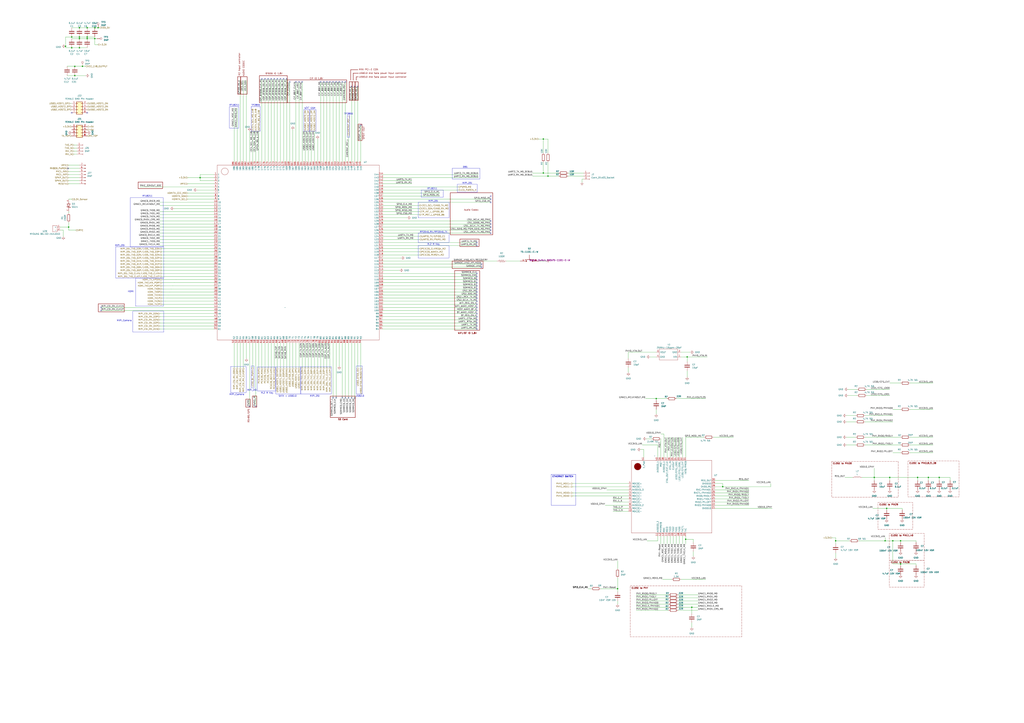
<source format=kicad_sch>
(kicad_sch (version 20230819) (generator eeschema)
  (paper "A1")
  (junction (at 686.2795 444.4265))
  (junction (at 164.3095 145.9765))
  (junction (at 77.8488 31.6765))
  (junction (at 733.2695 444.4265))
  (junction (at 739.6195 444.4265))
  (junction (at 61.4395 54.5365))
  (junction (at 53.8195 38.0265))
  (junction (at 446.2495 114.2265))
  (junction (at 730.7295 392.3565))
  (junction (at 568.1695 499.0365))
  (junction (at 65.2495 22.7865))
  (junction (at 58.8995 39.2965))
  (junction (at 718.0295 392.3565))
  (junction (at 446.2495 142.1665))
  (junction (at 771.3695 392.3565))
  (junction (at 77.9495 22.7865))
  (junction (at 450.0595 144.7065))
  (junction (at 739.6195 463.4765))
  (junction (at 65.2495 39.2965))
  (junction (at 61.4395 62.1565))
  (junction (at 726.9195 444.4265))
  (junction (at 593.5695 399.9765))
  (junction (at 753.5895 392.3565))
  (junction (at 507.2095 483.7965))
  (junction (at 65.2495 30.4065))
  (junction (at 728.1895 417.7565))
  (junction (at 65.2495 31.6765))
  (junction (at 71.5995 22.7865))
  (junction (at 56.3595 186.6165))
  (junction (at 80.5598 22.7865))
  (junction (at 71.5995 31.6765))
  (junction (at 564.3595 293.2965))
  (junction (at 71.5995 30.4065))
  (junction (at 67.7471 54.5365))
  (junction (at 563.0895 443.1565))
  (junction (at 58.8995 30.4065))
  (junction (at 762.4795 392.3565))
  (junction (at 538.9595 327.5865))
  (no_connect (at 237.9695 67.2365))
  (no_connect (at 286.2295 326.924))
  (no_connect (at 288.7695 71.0465))
  (no_connect (at 403.0695 181.5365))
  (no_connect (at 281.1495 326.6822))
  (no_connect (at 273.5295 67.2365))
  (no_connect (at 276.0695 67.2365))
  (no_connect (at 291.3095 327.1659))
  (no_connect (at 391.6395 270.4365))
  (no_connect (at 403.0695 166.2965))
  (no_connect (at 268.4495 67.2365))
  (no_connect (at 243.0495 67.2365))
  (no_connect (at 391.6395 232.3365))
  (no_connect (at 395.4495 219.6365))
  (no_connect (at 230.3495 64.6965))
  (no_connect (at 283.6895 67.2365))
  (no_connect (at 296.3895 102.7965))
  (no_connect (at 391.6395 260.2765))
  (no_connect (at 391.6395 245.0365))
  (no_connect (at 215.1071 64.8779))
  (no_connect (at 403.0695 161.2165))
  (no_connect (at 391.6395 257.7365))
  (no_connect (at 403.0695 186.6165))
  (no_connect (at 270.9895 67.2365))
  (no_connect (at 273.5295 326.8434))
  (no_connect (at 248.1295 67.2365))
  (no_connect (at 391.6395 247.5765))
  (no_connect (at 391.6395 227.2565))
  (no_connect (at 225.2695 64.6965))
  (no_connect (at 217.6495 64.6965))
  (no_connect (at 288.7695 326.924))
  (no_connect (at 391.6395 242.4965))
  (no_connect (at 278.6095 67.2365))
  (no_connect (at 293.8495 71.0465))
  (no_connect (at 391.6395 267.8965))
  (no_connect (at 55.88 138.43))
  (no_connect (at 391.6395 252.6565))
  (no_connect (at 391.6395 250.1165))
  (no_connect (at 210.0295 333.9365))
  (no_connect (at 276.0695 326.7628))
  (no_connect (at 235.4295 64.6965))
  (no_connect (at 403.0695 191.6965))
  (no_connect (at 391.6395 201.8565))
  (no_connect (at 391.6395 229.7965))
  (no_connect (at 403.0695 184.0765))
  (no_connect (at 58.8995 92.6365))
  (no_connect (at 283.6895 326.8434))
  (no_connect (at 263.3695 67.2365))
  (no_connect (at 83.0295 252.6565))
  (no_connect (at 204.9495 333.9365))
  (no_connect (at 391.6395 255.1965))
  (no_connect (at 227.8095 64.6965))
  (no_connect (at 71.5995 92.6365))
  (no_connect (at 291.3095 71.0465))
  (no_connect (at 391.6395 262.8165))
  (no_connect (at 391.6395 224.7165))
  (no_connect (at 391.6395 265.3565))
  (no_connect (at 395.4495 217.0965))
  (no_connect (at 220.1895 64.6965))
  (no_connect (at 232.8895 64.6965))
  (no_connect (at 403.0695 163.7565))
  (no_connect (at 391.6395 199.3165))
  (no_connect (at 391.6395 239.9565))
  (no_connect (at 391.6395 234.8765))
  (no_connect (at 222.7295 64.6965))
  (no_connect (at 403.0695 189.1565))
  (no_connect (at 265.9095 67.2365))
  (no_connect (at 245.5895 67.2365))
  (no_connect (at 281.1495 67.2365))
  (no_connect (at 391.6395 237.4165))
  (no_connect (at 83.0295 255.1965))
  (wire (pts (xy 559.2795 476.1765) (xy 579.5995 476.1765)))
  (wire (pts (xy 240.5095 106.6065) (xy 240.5095 133.2765)))
  (wire (pts (xy 222.7271 72.3165) (xy 222.7295 72.3165)))
  (wire (pts (xy 314.1695 201.8565) (xy 391.6395 201.8565)))
  (wire (pts (xy 225.2671 64.8779) (xy 225.2671 71.0465)))
  (wire (pts (xy 77.9495 30.4065) (xy 71.5995 30.4065)))
  (wire (pts (xy 314.1695 247.5765) (xy 391.6395 247.5765)))
  (wire (pts (xy 695.1695 341.5565) (xy 702.7895 341.5565)))
  (wire (pts (xy 314.1695 237.4165) (xy 391.6395 237.4165)))
  (wire (pts (xy 133.0998 232.3347) (xy 143.2598 232.3347)))
  (wire (pts (xy 136.9098 245.0347) (xy 136.9098 245.0365)))
  (wire (pts (xy 739.6195 336.4765) (xy 733.2695 336.4765)))
  (wire (pts (xy 522.4495 499.0365) (xy 549.1195 499.0365)))
  (wire (pts (xy 245.5895 67.2365) (xy 245.5895 133.2765)))
  (wire (pts (xy 80.3888 36.6242) (xy 77.8488 36.6242)))
  (wire (pts (xy 143.2598 232.3365) (xy 175.7395 232.3365)))
  (wire (pts (xy 564.3595 293.2965) (xy 580.8695 293.2965)))
  (wire (pts (xy 192.2495 88.8265) (xy 192.2495 133.2765)))
  (wire (pts (xy 255.7495 107.8765) (xy 255.7495 133.2765)))
  (wire (pts (xy 49.53 186.6165) (xy 56.3595 186.6165)))
  (wire (pts (xy 53.8195 38.0265) (xy 53.8195 39.2965)))
  (wire (pts (xy 739.6195 444.4265) (xy 739.6195 445.6965)))
  (wire (pts (xy 686.2795 454.5865) (xy 686.2795 458.3965)))
  (wire (pts (xy 752.3195 463.4765) (xy 752.3195 464.7465)))
  (wire (pts (xy 564.3595 293.2965) (xy 559.2795 293.2965)))
  (wire (pts (xy 542.7695 446.9665) (xy 542.7695 440.6165)))
  (wire (pts (xy 753.5895 392.3565) (xy 762.4795 392.3565)))
  (wire (pts (xy 547.8495 446.9665) (xy 547.8495 440.6165)))
  (wire (pts (xy 479.2695 147.2465) (xy 477.9995 147.2465)))
  (wire (pts (xy 728.1895 417.7565) (xy 740.8895 417.7565)))
  (polyline (pts (xy 290.0395 60.1422) (xy 294.436 60.1422)) (stroke (width 0.3048) (color 132 0 0 1)))
  (wire (pts (xy 133.0998 234.8747) (xy 141.9898 234.8747)))
  (wire (pts (xy 268.4495 67.2365) (xy 268.4495 133.2765)))
  (wire (pts (xy 695.1695 365.6865) (xy 702.7895 365.6865)))
  (wire (pts (xy 707.8695 392.3565) (xy 718.0295 392.3565)))
  (wire (pts (xy 696.4395 319.9665) (xy 704.0595 319.9665)))
  (wire (pts (xy 154.1495 145.9765) (xy 164.3095 145.9765)))
  (wire (pts (xy 361.1595 161.2165) (xy 314.1695 161.2165)))
  (wire (pts (xy 695.1695 346.6365) (xy 702.7895 346.6365)))
  (wire (pts (xy 55.0895 62.1565) (xy 61.4395 62.1565)))
  (wire (pts (xy 507.2095 460.9365) (xy 507.2095 467.2865)))
  (wire (pts (xy 58.8995 30.4065) (xy 53.8195 30.4065)))
  (wire (pts (xy 202.4095 65.9665) (xy 202.4095 133.2765)))
  (wire (pts (xy 733.2695 444.4265) (xy 739.6195 444.4265)))
  (wire (pts (xy 61.4395 54.5365) (xy 67.7471 54.5365)))
  (wire (pts (xy 220.1871 64.8779) (xy 220.1871 73.5865)))
  (wire (pts (xy 545.3095 446.9665) (xy 545.3095 440.6165)))
  (wire (pts (xy 450.0595 144.7065) (xy 458.9495 144.7065)))
  (wire (pts (xy 237.9695 302.1865) (xy 237.9695 281.8665)))
  (wire (pts (xy 132.5595 222.1765) (xy 175.7395 222.1765)))
  (wire (pts (xy 235.4271 64.8779) (xy 235.4271 65.9665)))
  (wire (pts (xy 232.8871 67.2365) (xy 232.8895 67.2365)))
  (wire (pts (xy 278.6095 281.8665) (xy 278.6095 300.9165)))
  (wire (pts (xy 80.5598 22.7865) (xy 81.7595 22.7865)))
  (wire (pts (xy 227.8071 64.8779) (xy 227.8071 69.7765)))
  (wire (pts (xy 730.7295 314.8865) (xy 739.6195 314.8865)))
  (wire (pts (xy 83.0295 252.6565) (xy 175.7395 252.6565)))
  (wire (pts (xy 344.6495 206.9365) (xy 314.1695 206.9365)))
  (wire (pts (xy 230.3495 68.5065) (xy 230.3495 133.2765)))
  (wire (pts (xy 338.2995 148.5165) (xy 314.1695 148.5165)))
  (wire (pts (xy 563.0895 440.6165) (xy 563.0895 443.1565)))
  (wire (pts (xy 232.8895 67.2365) (xy 232.8895 133.2765)))
  (polyline (pts (xy 290.0395 65.9665) (xy 290.0395 60.1422)) (stroke (width 0.3048) (color 132 0 0 1)))
  (wire (pts (xy 516.0995 305.9965) (xy 516.0995 302.1865)))
  (wire (pts (xy 314.1695 224.7165) (xy 391.6395 224.7165)))
  (wire (pts (xy 771.3695 392.3565) (xy 780.2595 392.3565)))
  (wire (pts (xy 710.4095 365.6865) (xy 739.6195 365.6865)))
  (wire (pts (xy 314.1695 234.8765) (xy 391.6395 234.8765)))
  (wire (pts (xy 217.6471 74.8565) (xy 217.6495 74.8565)))
  (wire (pts (xy 194.7895 302.1865) (xy 194.7895 281.8665)))
  (wire (pts (xy 314.1695 262.8165) (xy 391.6395 262.8165)))
  (wire (pts (xy 503.3995 417.7565) (xy 516.0995 417.7565)))
  (wire (pts (xy 563.0895 359.3365) (xy 563.0895 375.8465)))
  (wire (pts (xy 131.2895 201.8565) (xy 175.7395 201.8565)))
  (wire (pts (xy 507.2095 483.7965) (xy 507.2095 486.3365)))
  (wire (pts (xy 733.2695 346.6365) (xy 710.4095 346.6365)))
  (wire (pts (xy 140.7198 237.4147) (xy 140.7198 237.4165)))
  (wire (pts (xy 740.8895 417.7565) (xy 740.8895 419.0265)))
  (wire (pts (xy 569.4395 443.1565) (xy 569.4395 445.6965)))
  (wire (pts (xy 56.3595 175.1865) (xy 56.3595 173.9165)))
  (wire (pts (xy 235.4271 65.9665) (xy 235.4295 65.9665)))
  (wire (pts (xy 516.0995 294.5665) (xy 516.0995 289.4865)))
  (wire (pts (xy 138.1798 242.4947) (xy 138.1798 242.4965)))
  (wire (pts (xy 71.5995 31.6765) (xy 77.8488 31.6765)))
  (wire (pts (xy 564.3595 309.8065) (xy 564.3595 304.7265)))
  (wire (pts (xy 57.6295 85.0165) (xy 58.8995 85.0165)))
  (wire (pts (xy 58.8676 111.6865) (xy 58.8995 111.6865)))
  (wire (pts (xy 730.7295 392.3565) (xy 730.7295 394.8965)))
  (wire (pts (xy 83.0295 255.1965) (xy 175.7395 255.1965)))
  (wire (pts (xy 134.3698 250.1165) (xy 175.7395 250.1165)))
  (wire (pts (xy 780.2595 392.3565) (xy 780.2595 394.8965)))
  (wire (pts (xy 314.1695 232.3365) (xy 391.6395 232.3365)))
  (wire (pts (xy 143.2598 232.3347) (xy 143.2598 232.3365)))
  (wire (pts (xy 632.9395 397.4365) (xy 632.9395 399.9765)))
  (wire (pts (xy 58.8995 22.7865) (xy 65.2495 22.7865)))
  (wire (pts (xy 215.1071 76.1265) (xy 215.1095 76.1265)))
  (wire (pts (xy 593.5695 397.4365) (xy 593.5695 399.9765)))
  (wire (pts (xy 220.1895 73.5865) (xy 220.1895 133.2765)))
  (wire (pts (xy 232.8895 281.8665) (xy 232.8895 302.1865)))
  (wire (pts (xy 56.3595 182.8065) (xy 56.3595 186.6165)))
  (wire (pts (xy 62.23 189.23) (xy 56.3595 189.23)))
  (wire (pts (xy 131.2895 186.6165) (xy 175.7395 186.6165)))
  (wire (pts (xy 136.9098 245.0365) (xy 175.7395 245.0365)))
  (wire (pts (xy 726.9195 444.4265) (xy 733.2695 444.4265)))
  (wire (pts (xy 260.8295 114.2265) (xy 260.8295 133.2765)))
  (wire (pts (xy 65.2495 30.4065) (xy 58.8995 30.4065)))
  (wire (pts (xy 470.3795 397.4365) (xy 516.0995 397.4365)))
  (wire (pts (xy 235.4295 65.9665) (xy 235.4295 133.2765)))
  (wire (pts (xy 133.0998 245.0347) (xy 136.9098 245.0347)))
  (wire (pts (xy 132.5595 206.9365) (xy 175.7395 206.9365)))
  (wire (pts (xy 556.7395 501.5765) (xy 573.2495 501.5765)))
  (wire (pts (xy 498.3195 402.5165) (xy 516.0995 402.5165)))
  (wire (pts (xy 403.0695 163.7565) (xy 314.1695 163.7565)))
  (wire (pts (xy 739.6195 463.4765) (xy 752.3195 463.4765)))
  (wire (pts (xy 133.0998 247.5747) (xy 135.6398 247.5747)))
  (wire (pts (xy 77.8488 31.6765) (xy 79.7013 31.6765)))
  (wire (pts (xy 522.4495 496.4965) (xy 549.1195 496.4965)))
  (wire (pts (xy 314.1695 219.6365) (xy 395.4495 219.6365)))
  (wire (pts (xy 164.3095 145.9765) (xy 164.3095 148.5165)))
  (wire (pts (xy 60.6142 124.2262) (xy 63.1542 124.2262)))
  (wire (pts (xy 114.7795 153.5965) (xy 175.7395 153.5965)))
  (wire (pts (xy 56.3595 140.8965) (xy 65.2495 140.8965)))
  (wire (pts (xy 154.1495 158.6765) (xy 175.7395 158.6765)))
  (wire (pts (xy 55.0895 54.5365) (xy 61.4395 54.5365)))
  (wire (pts (xy 450.0595 133.2765) (xy 450.0595 144.7065)))
  (wire (pts (xy 210.0295 107.8765) (xy 210.0295 133.2765)))
  (wire (pts (xy 446.2495 142.1665) (xy 458.9495 142.1665)))
  (wire (pts (xy 235.4295 281.8665) (xy 235.4295 302.1865)))
  (wire (pts (xy 728.1895 417.7565) (xy 728.1895 419.0265)))
  (wire (pts (xy 230.3471 64.8779) (xy 230.3471 68.5065)))
  (wire (pts (xy 243.0495 67.2365) (xy 243.0495 133.2765)))
  (wire (pts (xy 314.1695 178.9965) (xy 334.4895 178.9965)))
  (wire (pts (xy 477.9995 147.2465) (xy 477.9995 149.7865)))
  (wire (pts (xy 733.2695 372.0365) (xy 739.6195 372.0365)))
  (wire (pts (xy 61.4395 62.1565) (xy 70.3295 62.1565)))
  (wire (pts (xy 132.5595 217.0965) (xy 175.7395 217.0965)))
  (wire (pts (xy 538.9595 340.2865) (xy 538.9595 336.4765)))
  (wire (pts (xy 615.1595 394.8965) (xy 587.2195 394.8965)))
  (wire (pts (xy 132.5595 219.6365) (xy 175.7395 219.6365)))
  (wire (pts (xy 58.8995 39.2965) (xy 65.2495 39.2965)))
  (wire (pts (xy 314.1695 171.3765) (xy 344.6495 171.3765)))
  (wire (pts (xy 164.3095 143.4365) (xy 175.7395 143.4365)))
  (wire (pts (xy 210.0295 281.8665) (xy 210.0295 333.9365)))
  (wire (pts (xy 403.0695 166.2965) (xy 314.1695 166.2965)))
  (wire (pts (xy 686.2795 441.8865) (xy 686.2795 444.4265)))
  (wire (pts (xy 766.2895 314.8865) (xy 747.2395 314.8865)))
  (wire (pts (xy 291.3095 71.0465) (xy 291.3095 133.2765)))
  (wire (pts (xy 538.9595 327.5865) (xy 547.8495 327.5865)))
  (wire (pts (xy 135.6398 247.5747) (xy 135.6398 247.5765)))
  (wire (pts (xy 132.5595 214.5565) (xy 175.7395 214.5565)))
  (wire (pts (xy 542.7695 360.6065) (xy 542.7695 375.8465)))
  (wire (pts (xy 131.2895 168.8365) (xy 175.7395 168.8365)))
  (wire (pts (xy 711.6795 325.0465) (xy 730.7295 325.0465)))
  (wire (pts (xy 556.7395 493.9565) (xy 573.2495 493.9565)))
  (wire (pts (xy 265.9095 67.2365) (xy 265.9095 133.2765)))
  (wire (pts (xy 522.4495 488.8765) (xy 549.1195 488.8765)))
  (wire (pts (xy 314.1695 189.1565) (xy 403.0695 189.1565)))
  (wire (pts (xy 361.1595 158.6765) (xy 314.1695 158.6765)))
  (wire (pts (xy 556.7395 491.4165) (xy 573.2495 491.4165)))
  (wire (pts (xy 288.7695 71.0465) (xy 288.7695 133.2765)))
  (wire (pts (xy 314.1695 265.3565) (xy 391.6395 265.3565)))
  (wire (pts (xy 53.8195 39.2965) (xy 58.8995 39.2965)))
  (wire (pts (xy 245.5895 302.1865) (xy 245.5895 281.8665)))
  (wire (pts (xy 260.8295 281.8665) (xy 260.8295 302.1865)))
  (wire (pts (xy 560.5495 446.9665) (xy 560.5495 440.6165)))
  (wire (pts (xy 131.2895 194.2365) (xy 175.7395 194.2365)))
  (wire (pts (xy 207.4895 302.1865) (xy 207.4895 281.8665)))
  (wire (pts (xy 131.2895 196.7765) (xy 175.7395 196.7765)))
  (polyline (pts (xy 292.5795 63.1653) (xy 294.3554 63.1653)) (stroke (width 0.3048) (color 132 0 0 1)))
  (wire (pts (xy 217.6495 74.8565) (xy 217.6495 133.2765)))
  (wire (pts (xy 207.4895 107.8765) (xy 207.4895 133.2765)))
  (wire (pts (xy 161.7695 156.1365) (xy 175.7395 156.1365)))
  (wire (pts (xy 766.2895 359.3365) (xy 747.2395 359.3365)))
  (wire (pts (xy 131.2895 181.5365) (xy 175.7395 181.5365)))
  (wire (pts (xy 558.0095 446.9665) (xy 558.0095 440.6165)))
  (wire (pts (xy 507.2095 493.9565) (xy 507.2095 496.4965)))
  (wire (pts (xy 540.2295 365.6865) (xy 527.5295 365.6865)))
  (wire (pts (xy 79.7013 31.6757) (xy 79.7013 31.6765)))
  (wire (pts (xy 683.26 441.8865) (xy 686.2795 441.8865)))
  (polyline (pts (xy 287.9831 57.3732) (xy 293.9728 57.371)) (stroke (width 0.3048) (color 132 0 0 1)))
  (wire (pts (xy 60.6142 119.1462) (xy 63.1542 119.1462)))
  (wire (pts (xy 240.5095 302.1865) (xy 240.5095 281.8665)))
  (wire (pts (xy 58.8995 163.7565) (xy 56.3595 163.7565)))
  (wire (pts (xy 293.8495 302.1865) (xy 293.8495 281.8665)))
  (wire (pts (xy 493.2395 483.7965) (xy 507.2095 483.7965)))
  (wire (pts (xy 139.4498 239.9565) (xy 175.7395 239.9565)))
  (wire (pts (xy 314.1695 153.5965) (xy 376.3995 153.5965)))
  (wire (pts (xy 154.1495 163.7565) (xy 175.7395 163.7565)))
  (wire (pts (xy 552.9295 359.3365) (xy 552.9295 375.8465)))
  (wire (pts (xy 522.4495 501.5765) (xy 549.1195 501.5765)))
  (wire (pts (xy 56.3595 138.3565) (xy 65.2495 138.3565)))
  (wire (pts (xy 215.1071 64.8779) (xy 215.1071 76.1265)))
  (wire (pts (xy 314.1695 229.7965) (xy 391.6395 229.7965)))
  (wire (pts (xy 132.5595 212.0165) (xy 175.7395 212.0165)))
  (wire (pts (xy 615.1595 412.6765) (xy 587.2195 412.6765)))
  (wire (pts (xy 528.7995 369.4965) (xy 526.2595 369.4965)))
  (wire (pts (xy 220.1895 302.1865) (xy 220.1895 281.8665)))
  (wire (pts (xy 568.1695 499.0365) (xy 568.1695 504.1165)))
  (wire (pts (xy 314.1695 173.9165) (xy 344.6495 173.9165)))
  (wire (pts (xy 344.6495 209.4765) (xy 314.1695 209.4765)))
  (wire (pts (xy 286.2295 111.6865) (xy 286.2295 133.2765)))
  (wire (pts (xy 227.8095 281.8665) (xy 227.8095 302.1865)))
  (wire (pts (xy 133.0998 239.9547) (xy 139.4498 239.9547)))
  (wire (pts (xy 225.2695 71.0465) (xy 225.2695 133.2765)))
  (wire (pts (xy 192.2495 302.1865) (xy 192.2495 281.8665)))
  (wire (pts (xy 263.3695 281.8665) (xy 263.3695 302.1865)))
  (wire (pts (xy 141.9898 234.8747) (xy 141.9898 234.8765)))
  (wire (pts (xy 556.7395 488.8765) (xy 573.2495 488.8765)))
  (wire (pts (xy 568.1695 511.7365) (xy 568.1695 515.5465)))
  (wire (pts (xy 314.1695 242.4965) (xy 391.6395 242.4965)))
  (wire (pts (xy 344.6495 204.3965) (xy 314.1695 204.3965)))
  (wire (pts (xy 693.8995 392.3565) (xy 700.2495 392.3565)))
  (wire (pts (xy 615.1595 415.2165) (xy 587.2195 415.2165)))
  (wire (pts (xy 483.0795 483.7965) (xy 485.6195 483.7965)))
  (wire (pts (xy 132.5595 209.4765) (xy 175.7395 209.4765)))
  (wire (pts (xy 446.2495 133.2765) (xy 446.2495 142.1665)))
  (wire (pts (xy 563.0895 359.3365) (xy 578.3295 359.3365)))
  (wire (pts (xy 56.3595 143.4365) (xy 65.2495 143.4365)))
  (wire (pts (xy 60.6142 121.6862) (xy 63.1542 121.6862)))
  (wire (pts (xy 138.1798 242.4965) (xy 175.7395 242.4965)))
  (wire (pts (xy 470.3795 399.9765) (xy 516.0995 399.9765)))
  (wire (pts (xy 281.1495 327.5865) (xy 281.1495 281.8665)))
  (wire (pts (xy 250.6695 281.8665) (xy 250.6695 302.1865)))
  (wire (pts (xy 164.3095 145.9765) (xy 175.7395 145.9765)))
  (wire (pts (xy 194.7895 88.8265) (xy 194.7895 133.2765)))
  (wire (pts (xy 314.1695 194.2365) (xy 344.6495 194.2365)))
  (wire (pts (xy 227.8095 69.7765) (xy 227.8095 133.2765)))
  (wire (pts (xy 437.3595 144.7065) (xy 450.0595 144.7065)))
  (wire (pts (xy 131.2895 191.6965) (xy 175.7395 191.6965)))
  (wire (pts (xy 67.7471 54.5365) (xy 70.3295 54.5365)))
  (wire (pts (xy 507.2095 483.7965) (xy 507.2095 474.9065)))
  (wire (pts (xy 56.3595 151.0565) (xy 65.2495 151.0565)))
  (wire (pts (xy 283.6895 67.2365) (xy 283.6895 133.2765)))
  (wire (pts (xy 56.3595 189.23) (xy 56.3595 186.6165)))
  (wire (pts (xy 555.4695 359.3365) (xy 555.4695 375.8465)))
  (wire (pts (xy 258.2895 281.8665) (xy 258.2895 302.1865)))
  (wire (pts (xy 258.2895 107.8765) (xy 258.2895 133.2765)))
  (wire (pts (xy 314.1695 196.7765) (xy 344.6495 196.7765)))
  (wire (pts (xy 683.26 441.96) (xy 683.26 441.8865)))
  (wire (pts (xy 470.3795 407.5965) (xy 516.0995 407.5965)))
  (wire (pts (xy 133.0998 237.4147) (xy 140.7198 237.4147)))
  (wire (pts (xy 291.3095 327.5865) (xy 291.3095 281.8665)))
  (wire (pts (xy 415.7695 214.5565) (xy 427.1995 214.5565)))
  (wire (pts (xy 154.1495 151.0565) (xy 175.7395 151.0565)))
  (wire (pts (xy 268.4495 281.8665) (xy 268.4495 302.1865)))
  (wire (pts (xy 230.3495 281.8665) (xy 230.3495 302.1865)))
  (wire (pts (xy 212.5695 302.1865) (xy 212.5695 281.8665)))
  (wire (pts (xy 131.2895 176.4565) (xy 175.7395 176.4565)))
  (wire (pts (xy 747.2395 372.0365) (xy 766.2895 372.0365)))
  (wire (pts (xy 278.6095 67.2365) (xy 278.6095 133.2765)))
  (wire (pts (xy 197.3295 302.1865) (xy 197.3295 281.8665)))
  (wire (pts (xy 144.5298 229.7965) (xy 175.7395 229.7965)))
  (wire (pts (xy 199.8695 302.1865) (xy 199.8695 281.8665)))
  (wire (pts (xy 142.7195 171.3765) (xy 175.7395 171.3765)))
  (wire (pts (xy 338.2995 151.0565) (xy 314.1695 151.0565)))
  (wire (pts (xy 197.3295 65.9665) (xy 197.3295 133.2765)))
  (wire (pts (xy 556.7395 496.4965) (xy 573.2495 496.4965)))
  (polyline (pts (xy 292.5795 65.9665) (xy 292.5795 63.1653)) (stroke (width 0.3048) (color 132 0 0 1)))
  (wire (pts (xy 58.8995 31.6765) (xy 65.2495 31.6765)))
  (wire (pts (xy 131.2895 199.3165) (xy 175.7395 199.3165)))
  (wire (pts (xy 131.2895 260.2765) (xy 175.7395 260.2765)))
  (wire (pts (xy 131.2895 267.8965) (xy 175.7395 267.8965)))
  (wire (pts (xy 314.1695 222.1765) (xy 328.1395 222.1765)))
  (wire (pts (xy 296.3895 302.1865) (xy 296.3895 281.8665)))
  (wire (pts (xy 71.5995 30.4065) (xy 65.2495 30.4065)))
  (wire (pts (xy 314.1695 257.7365) (xy 391.6395 257.7365)))
  (wire (pts (xy 442.4395 114.2265) (xy 446.2495 114.2265)))
  (wire (pts (xy 133.0998 229.7947) (xy 144.5298 229.7947)))
  (wire (pts (xy 248.1295 281.8665) (xy 248.1295 302.1865)))
  (wire (pts (xy 314.1695 252.6565) (xy 391.6395 252.6565)))
  (wire (pts (xy 65.2495 22.7865) (xy 71.5995 22.7865)))
  (wire (pts (xy 288.7695 327.5865) (xy 288.7695 281.8665)))
  (wire (pts (xy 503.3995 412.6765) (xy 516.0995 412.6765)))
  (wire (pts (xy 593.5695 397.4365) (xy 587.2195 397.4365)))
  (wire (pts (xy 135.6398 247.5765) (xy 175.7395 247.5765)))
  (wire (pts (xy 276.0695 67.2365) (xy 276.0695 133.2765)))
  (wire (pts (xy 243.0495 302.1865) (xy 243.0495 281.8665)))
  (wire (pts (xy 314.1695 186.6165) (xy 403.0695 186.6165)))
  (wire (pts (xy 615.1595 402.5165) (xy 587.2195 402.5165)))
  (wire (pts (xy 133.0998 242.4947) (xy 138.1798 242.4947)))
  (wire (pts (xy 270.9895 67.2365) (xy 270.9895 133.2765)))
  (wire (pts (xy 222.7295 302.1865) (xy 222.7295 281.8665)))
  (wire (pts (xy 771.3695 392.3565) (xy 771.3695 394.8965)))
  (wire (pts (xy 56.3595 145.9765) (xy 65.2495 145.9765)))
  (wire (pts (xy 314.1695 199.3165) (xy 391.6395 199.3165)))
  (wire (pts (xy 730.7295 392.3565) (xy 753.5895 392.3565)))
  (wire (pts (xy 140.7198 237.4165) (xy 175.7395 237.4165)))
  (wire (pts (xy 293.8495 71.0465) (xy 293.8495 133.2765)))
  (wire (pts (xy 733.2695 463.4765) (xy 739.6195 463.4765)))
  (wire (pts (xy 314.1695 143.4365) (xy 392.9095 143.4365)))
  (wire (pts (xy 204.9495 107.8765) (xy 204.9495 133.2765)))
  (wire (pts (xy 497.0495 415.2165) (xy 516.0995 415.2165)))
  (wire (pts (xy 314.1695 214.5565) (xy 408.1495 214.5565)))
  (wire (pts (xy 314.1695 156.1365) (xy 376.3995 156.1365)))
  (wire (pts (xy 718.0295 392.3565) (xy 718.0295 384.7365)))
  (wire (pts (xy 270.9895 281.8665) (xy 270.9895 302.1865)))
  (wire (pts (xy 65.2495 31.6765) (xy 71.5995 31.6765)))
  (wire (pts (xy 538.9595 327.5865) (xy 538.9595 328.8565)))
  (wire (pts (xy 540.2295 375.8465) (xy 540.2295 365.6865)))
  (wire (pts (xy 253.2095 281.8665) (xy 253.2095 302.1865)))
  (wire (pts (xy 540.2295 444.4265) (xy 531.3395 444.4265)))
  (wire (pts (xy 555.4695 446.9665) (xy 555.4695 440.6165)))
  (wire (pts (xy 560.5495 359.3365) (xy 560.5495 375.8465)))
  (wire (pts (xy 540.2295 440.6165) (xy 540.2295 444.4265)))
  (wire (pts (xy 220.1871 73.5865) (xy 220.1895 73.5865)))
  (wire (pts (xy 466.5695 144.7065) (xy 479.2695 144.7065)))
  (wire (pts (xy 403.0695 191.6965) (xy 314.1695 191.6965)))
  (wire (pts (xy 52.07 189.23) (xy 49.53 189.23)))
  (wire (pts (xy 733.2695 444.4265) (xy 733.2695 463.4765)))
  (wire (pts (xy 718.0295 392.3565) (xy 730.7295 392.3565)))
  (wire (pts (xy 217.6495 302.1865) (xy 217.6495 281.8665)))
  (wire (pts (xy 314.1695 239.9565) (xy 391.6395 239.9565)))
  (wire (pts (xy 314.1695 260.2765) (xy 391.6395 260.2765)))
  (wire (pts (xy 296.3895 102.7965) (xy 296.3895 133.2765)))
  (wire (pts (xy 450.0595 114.2265) (xy 446.2495 114.2265)))
  (wire (pts (xy 314.1695 270.4365) (xy 391.6395 270.4365)))
  (wire (pts (xy 314.1695 255.1965) (xy 391.6395 255.1965)))
  (wire (pts (xy 733.2695 341.5565) (xy 710.4095 341.5565)))
  (wire (pts (xy 232.8871 64.8779) (xy 232.8871 67.2365)))
  (wire (pts (xy 739.6195 463.4765) (xy 739.6195 464.7465)))
  (wire (pts (xy 314.1695 212.0165) (xy 329.4095 212.0165)))
  (wire (pts (xy 705.3295 444.4265) (xy 726.9195 444.4265)))
  (wire (pts (xy 522.4495 493.9565) (xy 549.1195 493.9565)))
  (wire (pts (xy 286.2295 327.5865) (xy 286.2295 281.8665)))
  (wire (pts (xy 131.2895 178.9965) (xy 175.7395 178.9965)))
  (wire (pts (xy 131.2895 270.4365) (xy 175.7395 270.4365)))
  (wire (pts (xy 131.2895 262.8165) (xy 175.7395 262.8165)))
  (wire (pts (xy 547.8495 359.3365) (xy 547.8495 375.8465)))
  (wire (pts (xy 442.4395 214.5565) (xy 448.7895 214.5565)))
  (wire (pts (xy 215.1095 302.1865) (xy 215.1095 281.8665)))
  (wire (pts (xy 314.1695 184.0765) (xy 403.0695 184.0765)))
  (wire (pts (xy 222.7271 64.8779) (xy 222.7271 72.3165)))
  (wire (pts (xy 56.3595 135.8165) (xy 65.2495 135.8165)))
  (wire (pts (xy 762.4795 392.3565) (xy 771.3695 392.3565)))
  (wire (pts (xy 632.9395 399.9765) (xy 593.5695 399.9765)))
  (wire (pts (xy 516.0995 289.4865) (xy 538.9595 289.4865)))
  (wire (pts (xy 542.7695 356.7965) (xy 545.3095 356.7965)))
  (wire (pts (xy 569.4395 453.3165) (xy 569.4395 457.1265)))
  (wire (pts (xy 718.0295 392.3565) (xy 718.0295 394.8965)))
  (wire (pts (xy 696.4395 325.0465) (xy 704.0595 325.0465)))
  (wire (pts (xy 230.3471 68.5065) (xy 230.3495 68.5065)))
  (wire (pts (xy 225.2695 302.1865) (xy 225.2695 281.8665)))
  (wire (pts (xy 263.3695 67.2365) (xy 263.3695 133.2765)))
  (wire (pts (xy 314.1695 181.5365) (xy 403.0695 181.5365)))
  (wire (pts (xy 132.5595 224.7165) (xy 175.7395 224.7165)))
  (wire (pts (xy 550.3895 359.3365) (xy 550.3895 375.8465)))
  (wire (pts (xy 530.8671 360.6065) (xy 535.1495 360.6065)))
  (wire (pts (xy 766.2895 365.6865) (xy 747.2395 365.6865)))
  (wire (pts (xy 634.2095 417.7565) (xy 587.2195 417.7565)))
  (wire (pts (xy 60.6142 126.7662) (xy 63.1542 126.7662)))
  (wire (pts (xy 314.1695 250.1165) (xy 391.6395 250.1165)))
  (wire (pts (xy 556.7395 499.0365) (xy 568.1695 499.0365)))
  (wire (pts (xy 65.2495 39.2965) (xy 71.5995 39.2965)))
  (wire (pts (xy 530.0695 327.5865) (xy 538.9595 327.5865)))
  (wire (pts (xy 579.5995 327.5865) (xy 555.4695 327.5865)))
  (wire (pts (xy 585.9495 359.3365) (xy 602.4595 359.3365)))
  (wire (pts (xy 528.7995 375.8465) (xy 528.7995 369.4965)))
  (wire (pts (xy 314.1695 217.0965) (xy 395.4495 217.0965)))
  (wire (pts (xy 569.4395 443.1565) (xy 563.0895 443.1565)))
  (wire (pts (xy 568.1695 499.0365) (xy 573.2495 499.0365)))
  (wire (pts (xy 281.1495 67.2365) (xy 281.1495 133.2765)))
  (wire (pts (xy 314.1695 145.9765) (xy 392.9095 145.9765)))
  (wire (pts (xy 131.2895 166.2965) (xy 175.7395 166.2965)))
  (wire (pts (xy 437.3595 142.1665) (xy 446.2495 142.1665)))
  (wire (pts (xy 253.2095 107.8765) (xy 253.2095 133.2765)))
  (wire (pts (xy 314.1695 168.8365) (xy 344.6495 168.8365)))
  (wire (pts (xy 199.8695 65.9665) (xy 199.8695 133.2765)))
  (wire (pts (xy 550.3895 446.9665) (xy 550.3895 440.6165)))
  (wire (pts (xy 766.2895 336.4765) (xy 747.2395 336.4765)))
  (wire (pts (xy 726.9195 444.4265) (xy 726.9195 441.8865)))
  (wire (pts (xy 450.0595 125.6565) (xy 450.0595 114.2265)))
  (wire (pts (xy 564.3595 297.1065) (xy 564.3595 293.2965)))
  (wire (pts (xy 154.1495 161.2165) (xy 175.7395 161.2165)))
  (wire (pts (xy 215.1095 76.1265) (xy 215.1095 133.2765)))
  (wire (pts (xy 227.8071 69.7765) (xy 227.8095 69.7765)))
  (wire (pts (xy 131.2895 257.7365) (xy 175.7395 257.7365)))
  (wire (pts (xy 132.5595 227.2565) (xy 175.7395 227.2565)))
  (wire (pts (xy 615.1595 405.0565) (xy 587.2195 405.0565)))
  (wire (pts (xy 593.5695 399.9765) (xy 587.2195 399.9765)))
  (wire (pts (xy 276.0695 327.5865) (xy 276.0695 281.8665)))
  (wire (pts (xy 466.5695 142.1665) (xy 479.2695 142.1665)))
  (wire (pts (xy 710.4095 359.3365) (xy 739.6195 359.3365)))
  (wire (pts (xy 132.5595 204.3965) (xy 175.7395 204.3965)))
  (wire (pts (xy 141.9898 234.8765) (xy 175.7395 234.8765)))
  (wire (pts (xy 552.9295 446.9665) (xy 552.9295 440.6165)))
  (wire (pts (xy 71.5995 22.7865) (xy 77.9495 22.7865)))
  (wire (pts (xy 134.3698 250.1147) (xy 134.3698 250.1165)))
  (wire (pts (xy 522.4495 491.4165) (xy 549.1195 491.4165)))
  (wire (pts (xy 273.5295 327.5865) (xy 273.5295 281.8665)))
  (wire (pts (xy 139.4498 239.9547) (xy 139.4498 239.9565)))
  (polyline (pts (xy 287.9852 65.8748) (xy 287.9831 57.3732)) (stroke (width 0.3048) (color 132 0 0 1)))
  (wire (pts (xy 250.6695 107.8765) (xy 250.6695 133.2765)))
  (wire (pts (xy 739.6195 444.4265) (xy 752.3195 444.4265)))
  (wire (pts (xy 77.9495 22.7865) (xy 80.5598 22.7865)))
  (wire (pts (xy 314.1695 227.2565) (xy 391.6395 227.2565)))
  (wire (pts (xy 164.3095 145.9765) (xy 164.3095 143.4365)))
  (wire (pts (xy 533.8795 293.2965) (xy 538.9595 293.2965)))
  (wire (pts (xy 470.3795 405.0565) (xy 516.0995 405.0565)))
  (wire (pts (xy 695.1695 359.3365) (xy 702.7895 359.3365)))
  (wire (pts (xy 131.2895 184.0765) (xy 175.7395 184.0765)))
  (wire (pts (xy 273.5295 67.2365) (xy 273.5295 133.2765)))
  (wire (pts (xy 716.7595 417.7565) (xy 728.1895 417.7565)))
  (wire (pts (xy 164.3095 148.5165) (xy 175.7395 148.5165)))
  (wire (pts (xy 202.4095 281.8665) (xy 202.4095 294.5665)))
  (wire (pts (xy 686.2795 444.4265) (xy 686.2795 446.9665)))
  (wire (pts (xy 49.53 186.6165) (xy 49.53 186.69)))
  (wire (pts (xy 131.2895 173.9165) (xy 175.7395 173.9165)))
  (wire (pts (xy 222.7295 72.3165) (xy 222.7295 133.2765)))
  (wire (pts (xy 204.9495 281.8665) (xy 204.9495 333.9365)))
  (wire (pts (xy 545.3095 356.7965) (xy 545.3095 375.8465)))
  (wire (pts (xy 563.0895 443.1565) (xy 563.0895 446.9665)))
  (wire (pts (xy 344.6495 176.4565) (xy 314.1695 176.4565)))
  (wire (pts (xy 753.5895 392.3565) (xy 753.5895 394.8965)))
  (wire (pts (xy 237.9695 67.2365) (xy 237.9695 133.2765)))
  (wire (pts (xy 131.2895 265.3565) (xy 175.7395 265.3565)))
  (wire (pts (xy 52.07 194.31) (xy 52.07 189.23)))
  (wire (pts (xy 314.1695 245.0365) (xy 391.6395 245.0365)))
  (wire (pts (xy 314.1695 267.8965) (xy 391.6395 267.8965)))
  (wire (pts (xy 503.3995 420.2965) (xy 516.0995 420.2965)))
  (wire (pts (xy 133.0998 250.1147) (xy 134.3698 250.1147)))
  (wire (pts (xy 283.6895 327.5865) (xy 283.6895 281.8665)))
  (wire (pts (xy 558.0095 359.3365) (xy 558.0095 375.8465)))
  (wire (pts (xy 255.7495 281.8665) (xy 255.7495 302.1865)))
  (wire (pts (xy 53.8195 30.4065) (xy 53.8195 38.0265)))
  (wire (pts (xy 686.2795 444.4265) (xy 697.7095 444.4265)))
  (wire (pts (xy 248.1295 67.2365) (xy 248.1295 133.2765)))
  (wire (pts (xy 752.3195 444.4265) (xy 752.3195 445.6965)))
  (wire (pts (xy 77.8488 36.6242) (xy 77.8488 31.6765)))
  (wire (pts (xy 615.1595 407.5965) (xy 587.2195 407.5965)))
  (wire (pts (xy 212.5695 107.8765) (xy 212.5695 133.2765)))
  (wire (pts (xy 615.1595 410.1365) (xy 587.2195 410.1365)))
  (wire (pts (xy 225.2671 71.0465) (xy 225.2695 71.0465)))
  (wire (pts (xy 131.2895 189.1565) (xy 175.7395 189.1565)))
  (wire (pts (xy 711.6795 319.9665) (xy 730.7295 319.9665)))
  (wire (pts (xy 144.5298 229.7947) (xy 144.5298 229.7965)))
  (wire (pts (xy 446.2495 114.2265) (xy 446.2495 125.6565)))
  (wire (pts (xy 762.4795 392.3565) (xy 762.4795 394.8965)))
  (wire (pts (xy 503.3995 410.1365) (xy 516.0995 410.1365)))
  (wire (pts (xy 265.9095 281.8665) (xy 265.9095 302.1865)))
  (wire (pts (xy 217.6471 64.8779) (xy 217.6471 74.8565)))
  (wire (pts (xy 566.8995 289.4865) (xy 559.2795 289.4865)))
  (wire (pts (xy 56.3595 148.5165) (xy 65.2495 148.5165)))
  (wire (pts (xy 544.0395 476.1765) (xy 551.6595 476.1765)))
  (rectangle (start 106.9055 162.4865) (end 134.0835 202.8725))
  (rectangle (start 371.3195 138.3565) (end 394.1795 147.066))
  (rectangle (start 111.323 228.4656) (end 134.2684 251.6523))
  (rectangle (start 291.6529 67.2365) (end 294.1929 82.4765) (stroke (width 0.3048) (color 132 0 0 1)))
  (rectangle (start 369.8103 158.4398) (end 404.6969 192.9665) (stroke (width 0.3048) (color 132 0 0 1)))
  (rectangle (start 195.1374 63.0139) (end 197.5962 77.4002) (stroke (width 0.3048) (color 132 0 0 1)))
  (rectangle (start 249.3995 90.0965) (end 254.4795 107.8765))
  (rectangle (start 189.4039 301.1547) (end 202.1039 322.7447))
  (rectangle (start 109.106 255.7619) (end 134.506 272.9765))
  (rectangle (start 211.3024 301.4843) (end 226.5424 321.2365))
  (rectangle (start 377.7225 196.4747) (end 393.4425 202.5926) (stroke (width 0.3048) (color 132 0 0 1)))
  (rectangle (start 246.9045 301.4043) (end 272.2595 323.7563))
  (rectangle (start 343.3795 201.8565) (end 368.7795 212.0165))
  (rectangle (start 345.9195 156.1365) (end 364.0029 162.1844))
  (rectangle (start 206.2195 300.9165) (end 208.7595 318.6965))
  (rectangle (start 206.2195 87.5565) (end 213.8395 107.8765))
  (rectangle (start 235.9345 65.6501) (end 284.7182 84.4461) (stroke (width 0.3048) (color 132 0 0 1)))
  (rectangle (start 343.3795 166.2965) (end 368.7795 178.9965))
  (rectangle (start 197.6321 63.0064) (end 202.9527 77.3965) (stroke (width 0.3048) (color 132 0 0 1)))
  (rectangle (start 211.2995 333.9365) (end 211.2995 333.9365))
  (rectangle (start 80.7493 249.6843) (end 102.1559 256.2854) (stroke (width 0.3048) (color 132 0 0 1)))
  (rectangle (start 207.2992 325.5037) (end 210.927 334.6335) (stroke (width 0.3048) (color 132 0 0 1)))
  (rectangle (start 213.0751 62.1565) (end 235.9351 84.459) (stroke (width 0.3048) (color 132 0 0 1)))
  (rectangle (start 375.5559 151.4844) (end 392.0016 158.0136))
  (rectangle (start 254.4795 90.0965) (end 259.5595 107.8765))
  (rectangle (start 292.5795 300.9165) (end 297.6595 323.7765))
  (rectangle (start 371.3195 214.5565) (end 396.7195 220.6744) (stroke (width 0.3048) (color 132 0 0 1)))
  (rectangle (start 188.4395 87.5565) (end 196.0595 105.3365))
  (rectangle (start 285.0401 94.8125) (end 287.3261 112.5925))
  (rectangle (start 271.2435 325.5938) (end 291.8175 343.0805) (stroke (width 0.3048) (color 132 0 0 1)))
  (rectangle (start 286.7789 67.2365) (end 289.2192 82.4765) (stroke (width 0.3048) (color 132 0 0 1)))
  (rectangle (start 373.3515 222.4305) (end 393.9255 271.4525) (stroke (width 0.3048) (color 132 0 0 1)))
  (rectangle (start 226.5395 301.4245) (end 246.8595 323.7765))
  (rectangle (start 94.9276 202.8237) (end 134.5605 228.4188))
  (rectangle (start 294.0233 102.1001) (end 297.3253 115.4965) (stroke (width 0.3048) (color 132 0 0 1)))
  (rectangle (start 289.2431 67.2388) (end 291.603 82.4765) (stroke (width 0.3048) (color 132 0 0 1)))
  (rectangle (start 343.3795 191.6965) (end 368.7795 199.3165))
  (rectangle (start 201.9124 328.0661) (end 205.4684 334.6701) (stroke (width 0.3048) (color 132 0 0 1)))
  (rectangle (start 113.4351 149.5988) (end 133.5689 154.9497) (stroke (width 0.3048) (color 132 0 0 1)))
  (text_box "CLOSE to PIN3,8,21,38\n\n" (at 745.7155 378.8945 0) (size 41.91 29.464) (stroke (width 0) (type dash) (color 132 0 0 1)) (effects (font (size 1.27 1.27) (thickness 0.254) bold) (justify left top)))
  (text_box "CLOSE to PIN30\n" (at 682.9775 379.1485 0) (size 54.864 29.464) (stroke (width 0) (type dash) (color 132 0 0 1)) (effects (font (size 1.27 1.27) (thickness 0.254) bold) (justify left top)))
  (text_box "CLOSE to PIN11,40\n\n\n\n" (at 730.4755 438.3305 0) (size 28.448 22.098) (stroke (width 0) (type dash) (color 132 0 0 1)) (effects (font (size 1.27 1.27) (thickness 0.254) bold) (justify left top)))
  (text_box "CLOSE to PIN28\n\n\n\n" (at 730.4755 460.4285 0) (size 28.448 22.098) (stroke (width 0) (type dash) (color 132 0 0 1)) (effects (font (size 1.27 1.27) (thickness 0.254) bold) (justify left top)))
  (text_box "CLOSE to PIN29\n\n\n" (at 721.0775 412.9305 0) (size 28.448 22.098) (stroke (width 0) (type dash) (color 132 0 0 1)) (effects (font (size 1.27 1.27) (thickness 0.254) bold) (justify left top)))
  (text_box "ETHERNET SWITCH\n" (at 452.5995 389.8165 0) (size 20.32 25.4) (effects (font (size 1.27 1.27) bold) (justify left top)))
  (text_box "CLOSE to PHY\n\n\n\n\n" (at 517.6235 481.5105 0) (size 91.694 41.91) (stroke (width 0) (type dash) (color 132 0 0 1)) (effects (font (size 1.27 1.27) (thickness 0.254) bold) (justify left top)))
  (text "MIPI_DSI\n" (at 355.8255 165.2805 0) (effects (font (size 1.27 1.27))))
  (text "SATA + USB2.0\n\n" (at 236.1915 326.5705 0) (effects (font (size 1.27 1.27))))
  (text "SPDIF-OUT\n" (at 298.6755 109.4005 90) (effects (font (size 1.27 1.27))))
  (text "MIPI_DSI\n" (at 98.5235 201.8565 0) (effects (font (size 1.27 1.27))))
  (text "M.2 M Key" (at 219.4275 323.0145 0) (effects (font (size 1.27 1.27))))
  (text "MIPI_DSI\n" (at 258.5435 325.5545 0) (effects (font (size 1.27 1.27))))
  (text "MIPI_Camera\n" (at 102.0795 263.5785 0) (effects (font (size 1.27 1.27))))
  (text "CIF IO 1.8V\n" (at 259.8135 64.6965 0) (effects (font (size 1.27 1.27))))
  (text "BT656 IO 1.8V" (at 225.0155 60.6325 0) (effects (font (size 1.27 1.27))))
  (text "MIPI_DSI\n" (at 383.7655 150.5485 0) (effects (font (size 1.27 1.27))))
  (text "RTL8211" (at 355.0635 155.1205 0) (effects (font (size 1.27 1.27))))
  (text "RP2040_RX/RP2040_TX\n" (at 356.0795 190.6805 0) (effects (font (size 1.27 1.27))))
  (text "MIPI_Camera\n" (at 194.5355 324.2845 0) (effects (font (size 1.27 1.27))))
  (text "WIFI/BT IO 1.8V\n" (at 383.7655 273.9925 0) (effects (font (size 1.27 1.27) (thickness 0.254) bold)))
  (text "USB2.0 And Sata power input controller\n\n" (at 314.4235 61.3945 0) (effects (font (size 1.27 1.27))))
  (text "RS485/GPS\n" (at 204.1875 341.8105 90) (effects (font (size 1.27 1.27))))
  (text "DBG\n" (at 381.9875 137.3405 0) (effects (font (size 1.27 1.27))))
  (text "Audio Codec " (at 387.5755 172.6465 0) (effects (font (size 1.27 1.27))))
  (text "RTL8211\n" (at 192.5035 86.5405 0) (effects (font (size 1.27 1.27))))
  (text "USB2.0" (at 295.6275 325.5545 0) (effects (font (size 1.27 1.27))))
  (text "SD Card" (at 281.6575 344.8585 0) (effects (font (size 1.27 1.27) (thickness 0.254) bold)))
  (text "USB3.0 And Sata power input controller\n\n" (at 314.4235 64.4425 0) (effects (font (size 1.27 1.27))))
  (text "TP2855\n" (at 286.2295 93.6525 0) (effects (font (size 1.27 1.27))))
  (text "M2 input controller\n\n" (at 197.5835 53.0125 90) (effects (font (size 1.27 1.27))))
  (text "HDMI\n" (at 107.4135 239.7025 0) (effects (font (size 1.27 1.27))))
  (text "TP2855\n\n" (at 210.0295 87.5565 0) (effects (font (size 1.27 1.27))))
  (text "WİFİ\n" (at 251.9395 89.0805 0) (effects (font (size 1.27 1.27))))
  (text "GSM\n" (at 257.0195 89.0805 0) (effects (font (size 1.27 1.27))))
  (text "AUDIO CODEC" (at 200.1235 56.3145 90) (effects (font (size 1.27 1.27))))
  (text "MINI PCI-E CON\n" (at 302.7395 57.3305 0) (effects (font (size 1.27 1.27))))
  (text "MIPI_DSI" (at 206.9815 320.7285 0) (effects (font (size 1.27 1.27))))
  (text "RTL8211\n" (at 121.1295 161.2165 0) (effects (font (size 1.27 1.27))))
  (text "M.2 M Key" (at 356.0795 200.8405 0) (effects (font (size 1.27 1.27))))
  (label "GMAC1_MDIO_M0" (at 547.8495 446.9665 270))
  (label "GMAC0_TXD2_MO" (at 131.2895 196.7765 180))
  (label "CIF_8BIT_D2" (at 268.4495 67.2365 270))
  (label "PHY_RXD2{slash}PLLOFF" (at 615.1595 412.6765 180))
  (label "EDP_TX_D2P" (at 250.6695 281.8665 270))
  (label "PHY_RXD3{slash}PHYAD0" (at 733.2695 336.4765 180))
  (label "USB2_HOST3_DP" (at 253.2095 107.8765 270))
  (label "GMAC0_RXD3_MO" (at 131.2895 189.1565 180))
  (label "VDD10_EPHY" (at 718.0295 384.7365 180))
  (label "SDMMC0_D3" (at 391.6395 237.4165 180))
  (label "GMAC1_RXD3_M0" (at 573.2495 496.4965 0))
  (label "SDMMC0_D1" (at 288.7695 327.5865 270))
  (label "PHY_RXD1{slash}TXDLY" (at 522.4495 491.4165 0))
  (label "EDP_TX_D3P" (at 265.9095 281.8665 270))
  (label "VDD10_EPHY" (at 497.0495 415.2165 180))
  (label "RXI_1_N" (at 503.3995 412.6765 0))
  (label "SPI0_MISO_M0" (at 338.2995 173.9165 180))
  (label "PHY_XTALIN" (at 550.3895 359.3365 270))
  (label "EDP_TX_D1N" (at 253.2095 281.8665 270))
  (label "I2C4_SCL_M0_1V8" (at 207.4895 107.8765 270))
  (label "UART1_RTSn_M0" (at 391.6395 265.3565 180))
  (label "SPI0_CLK_M0" (at 338.2995 168.8365 180))
  (label "PHY_RXD2{slash}PLLOFF" (at 522.4495 493.9565 0))
  (label "GPIO0_A3_u" (at 291.3095 71.0465 270))
  (label "REG_OUT" (at 693.8995 392.3565 180))
  (label "TXO_1_P" (at 503.3995 417.7565 0))
  (label "PMIC_32KOUT_SOC" (at 114.7795 153.5965 0))
  (label "VCC3V3_LAN" (at 766.2895 336.4765 180))
  (label "GMAC1_RXDV_CRS_M0" (at 573.2495 501.5765 0))
  (label "TXO_1_N" (at 503.3995 420.2965 0))
  (label "VDD10_EPHY" (at 634.2095 417.7565 180))
  (label "UART1_TX_M0" (at 391.6395 267.8965 180))
  (label "SATA0_RXN" (at 235.4295 284.4065 270))
  (label "MIPI_CSI_RX_CLK1P" (at 83.0295 255.1965 0))
  (label "GMAC0_RXD0_MO" (at 131.2895 186.6165 180))
  (label "GPIO0_A0_d" (at 288.7695 71.0465 270))
  (label "VOP_BT656_D5_M1" (at 230.3471 64.8779 270))
  (label "EDP_TX_D0N" (at 258.2895 281.8665 270))
  (label "VOP_BT656_D4_M1" (at 227.8071 64.8779 270))
  (label "CIF_8BIT_CLKIN" (at 243.0495 67.2365 270))
  (label "SATA0_TXP" (at 227.8095 284.4065 270))
  (label "LED2{slash}CFG_LDO1" (at 555.4695 359.3365 270))
  (label "UART5_RX_M1" (at 338.2995 151.0565 180))
  (label "VOP_BT656_CLK_M1" (at 215.1071 64.8779 270))
  (label "REG_OUT" (at 615.1595 394.8965 180))
  (label "GMAC1_TXEN_M0" (at 560.5495 446.9665 270))
  (label "VCC3V3_LAN" (at 632.9395 397.4365 180))
  (label "PHY_RXDV{slash}PHYAD2" (at 733.2695 346.6365 180))
  (label "PHY_RXD1{slash}TXDLY" (at 615.1595 410.1365 180))
  (label "UART2_RX_M0_DEBUG" (at 392.9095 145.9765 180))
  (label "GMAC0_RXD1_MO" (at 131.2895 184.0765 180))
  (label "UART1_CTSn_M0" (at 391.6395 262.8165 180))
  (label "PHY0_XTALIN" (at 580.8695 293.2965 180))
  (label "VCC3V3_LAN" (at 766.2895 372.0365 180))
  (label "RSET" (at 542.7695 363.1465 270))
  (label "SPDIF_TX_M2" (at 296.3895 102.7965 270))
  (label "EDP_TX_D0P" (at 260.8295 281.8665 270))
  (label "VOP_BT656_D7_M1" (at 235.4271 64.8779 270))
  (label "PHY_RXCLK{slash}PHYAD1" (at 522.4495 499.0365 0))
  (label "PHY_CLKOUT125" (at 579.5995 327.5865 180))
  (label "GMAC1_MDC_M0" (at 545.3095 446.9665 270))
  (label "SDMMC0_D3" (at 283.6895 327.5865 270))
  (label "PHY_RXD3{slash}PHYAD0" (at 615.1595 415.2165 180))
  (label "PHY_RXD0{slash}RXDLY" (at 615.1595 407.5965 180))
  (label "GMAC0_TXD1_MO" (at 131.2895 176.4565 180))
  (label "PHY_RXD2{slash}PLLOFF" (at 733.2695 372.0365 180))
  (label "VCC3V3_LAN" (at 716.7595 417.7565 180))
  (label "GMAC0_RXCLK_MO" (at 131.2895 194.2365 180))
  (label "SDMMC0_D0" (at 291.3095 327.5865 270))
  (label "I2S2_SDI_M0" (at 391.6395 239.9565 180))
  (label "GMAC0_TXCLK_MO" (at 131.2895 201.8565 180))
  (label "PHY_RXD0{slash}RXDLY" (at 522.4495 488.8765 0))
  (label "GMAC1_MCLKINOUT_M0" (at 530.0695 327.5865 180))
  (label "PHY_RXCLK{slash}PHYAD1" (at 615.1595 402.5165 180))
  (label "LED0{slash}CFG_EXT" (at 560.5495 359.3365 270))
  (label "SPI3_MOSI_M1" (at 576.1525 359.3365 180))
  (label "USB2_HOST2_DM" (at 258.2895 107.8765 270))
  (label "PHY-Reset" (at 542.7695 446.9665 270))
  (label "GPIO0_A6_d" (at 293.8495 71.0465 270))
  (label "I2S2_LRCK_TX_M0" (at 391.6395 245.0365 180))
  (label "SDMMC0_CMD" (at 281.1495 327.5865 270))
  (label "CIF_8BIT_HREF" (at 245.5895 67.2365 270))
  (label "CIF_8BIT_D3" (at 270.9895 67.2365 270))
  (label "LED2{slash}CFG_LDO1" (at 730.7295 325.0465 180))
  (label "BT_WAKE_HOST_H" (at 391.6395 257.7365 180))
  (label "GMAC1_RXD1_M0" (at 573.2495 491.4165 0))
  (label "VOP_BT656_D1_M1" (at 220.1871 64.8779 270))
  (label "CIF_8BIT_D6" (at 278.6095 67.2365 270))
  (label "WIFI_REG_ON_H" (at 391.6395 250.1165 180))
  (label "GMAC1_MCLKINOUT_M0" (at 131.2895 168.8365 180))
  (label "CIF_8BIT_D7" (at 281.1495 67.2365 270))
  (label "USB2_HOST3_DM" (at 250.6695 107.8765 270))
  (label "GMAC1_MDIO_M0" (at 194.7895 88.8265 270))
  (label "SATA0_TXN" (at 230.3495 284.4065 270))
  (label "SPI0_MOSI_M0" (at 338.2995 171.3765 180))
  (label "USB2_HOST2_DP" (at 255.7495 107.8765 270))
  (label "I2S2_SDO_M0" (at 391.6395 242.4965 180))
  (label "GMAC0_TXD0_MO" (at 131.2895 173.9165 180))
  (label "SPI3_CS0_M1" (at 403.0695 166.2965 180))
  (label "PHY_CLKOUT125" (at 552.9295 359.3365 270))
  (label "PHY0_XTALOUT" (at 527.5295 289.4865 180))
  (label "PHY_RXDV{slash}PHYAD2" (at 615.1595 405.0565 180))
  (label "SPI3_CLK_M1" (at 361.1595 158.6765 180))
  (label "VOP_BT656_D3_M1" (at 225.2671 64.8779 270))
  (label "VOP_BT656_D2_M1" (at 222.7271 64.8779 270))
  (label "UART4_RX_M0" (at 339.5695 196.7765 180))
  (label "UART2_TX_M0_DEBUG" (at 437.3595 142.1665 180))
  (label "BT_REG_ON_H" (at 391.6395 260.2765 180))
  (label "PHY_XTALOUT" (at 547.8495 359.3365 270))
  (label "UART5_TX_M1" (at 338.2995 148.5165 180))
  (label "GMAC1_TXCLK_M0" (at 563.0895 446.9665 270))
  (label "SARADC_VIN2_HP_HOOK" (at 395.4495 217.0965 180))
  (label "EDP_TX_AUXN" (at 268.4495 281.8665 270))
  (label "GMAC1_TXD2_M0" (at 552.9295 446.9665 270))
  (label "I2C1_SCL" (at 199.8695 65.9665 270))
  (label "VCC3V3_LAN" (at 531.3395 444.4265 180))
  (label "VCC3V3_LAN" (at 766.2895 365.6865 180))
  (label "LED1{slash}CFG_LDO0" (at 730.7295 319.9665 180))
  (label "UART4_TX_M0" (at 339.5695 194.2365 180))
  (label "CAMERAF_RST_L" (at 286.2295 114.2265 270))
  (label "HOST_WAKE_BT_H" (at 391.6395 255.1965 180))
  (label "GMAC1_MDIO_M0" (at 544.0395 476.1765 180))
  (label "GMAC1_RXD2_M0" (at 573.2495 493.9565 0))
  (label "GMAC0_TXEN_MO" (at 131.2895 178.9965 180))
  (label "GMAC0_RXER_M0" (at 131.2895 166.2965 180))
  (label "SARADC_VIN0_KEY{slash}RECOVERY" (at 400.5295 214.5565 180))
  (label "PHY_RXD0{slash}RXDLY" (at 733.2695 359.3365 180))
  (label "VOP_BT656_D0_M1" (at 217.6471 64.8779 270))
  (label "CIF_8BIT_D5" (at 276.0695 67.2365 270))
  (label "GMAC1_TXD3_M0" (at 131.2895 199.3165 180))
  (label "UART3_TX_M0" (at 391.6395 199.3165 180))
  (label "UART3_RX_M0" (at 391.6395 201.8565 180))
  (label "VOP_BT656_D6_M1" (at 232.8871 64.8779 270))
  (label "CIF_8BIT_D1" (at 265.9095 67.2365 270))
  (label "I2S1_SDO0_M0_PMIC" (at 403.0695 184.0765 180))
  (label "EDP_TX_D2N" (at 248.1295 281.8665 270))
  (label "VCC3V3_LAN" (at 726.9195 441.8865 180))
  (label "SPI0_CS0_M0" (at 338.2995 176.4565 180))
  (label "CIF_8BIT_D0" (at 263.3695 67.2365 270))
  (label "PHY_RXD3{slash}PHYAD0" (at 522.4495 496.4965 0))
  (label "SDMMC0_D2" (at 286.2295 327.5865 270))
  (label "SDMMC0_CMD" (at 391.6395 227.2565 180))
  (label "EDP_TX_AUXP" (at 270.9895 281.8665 270))
  (label "LED0{slash}CFG_EXT" (at 730.7295 314.8865 180))
  (label "VCC3V3_LAN" (at 766.2895 359.3365 180))
  (label "VCC3V3_LAN" (at 527.5295 365.6865 180))
  (label "MIPI_CSI_RX_CLK1N" (at 83.0295 252.6565 0))
  (label "I2C4_SDA_M0_1V8" (at 210.0295 107.8765 270))
  (label "SATA0_RXP" (at 232.8895 284.4065 270))
  (label "GMAC1_RXCLK_M0" (at 573.2495 499.0365 0))
  (label "VCC3V3_LAN" (at 602.4595 359.3365 180))
  (label "SPI3_CLK_M1" (at 483.0795 483.7965 180) (effects (font bold)))
  (label "SDMMC0_D1" (at 391.6395 232.3365 180))
  (label "GPIO0_A5_d" (at 197.3295 65.9665 270))
  (label "SDMMC0_D0" (at 391.6395 229.7965 180))
  (label "SDMMC0_DET_L" (at 273.5295 327.5865 270))
  (label "SARADC_VIN3" (at 395.4495 219.6365 180))
  (label "WIFI_WAKE_HOST_H" (at 391.6395 252.6565 180))
  (label "SPI3_MISO_M1" (at 403.0695 163.7565 180))
  (label "GMAC1_TXD1_M0" (at 555.4695 446.9665 270))
  (label "EDP_TX_D1P" (at 255.7495 281.8665 270))
  (label "UART2_TX_M0_DEBUG" (at 392.9095 143.4365 180))
  (label "I2S1_MCLK_M0_PMIC" (at 403.0695 181.5365 180))
  (label "PWM3_IR" (at 210.0295 333.9365 90))
  (label "PHY-Reset" (at 505.9395 483.7965 180))
  (label "PHY_RXD1{slash}TXDLY" (at 733.2695 365.6865 180))
  (label "VCC3V3_LAN" (at 579.5995 476.1765 180))
  (label "PWM5" (at 204.9495 333.9365 90))
  (label "UART1_RX_M0" (at 391.6395 270.4365 180))
  (label "GMAC0_RXD2_MO" (at 131.2895 191.6965 180))
  (label "GMAC1_RXD0_M0" (at 573.2495 488.8765 0))
  (label "RXI_1_P" (at 503.3995 410.1365 0))
  (label "GMAC1_TXD0_M0" (at 558.0095 446.9665 270))
  (label "EDP_TX_D3N" (at 263.3695 281.8665 270))
  (label "I2C1_SDA" (at 202.4095 65.9665 270))
  (label "VDD10_EPHY" (at 498.3195 402.5165 180))
  (label "GMAC1_TXD3_M0" (at 550.3895 446.9665 270))
  (label "GMAC1_MDC_M0" (at 192.2495 88.8265 270))
  (label "SDMMC0_CLK" (at 276.0695 327.5865 270))
  (label "I2S1_SDI0_M0{slash}PDM_SDI0_M0_PMIC" (at 403.0695 189.1565 180))
  (label "I2S2_SCLK_TX_M0" (at 391.6395 247.5765 180))
  (label "CIF_8BIT_D4" (at 273.5295 67.2365 270))
  (label "GPIO4_B5_d_1V8" (at 212.5695 107.8765 270))
  (label "SDMMC0_D2" (at 391.6395 234.8765 180))
  (label "LED1{slash}CFG_LDO0" (at 558.0095 359.3365 270))
  (label "SDMMC0_CLK" (at 391.6395 224.7165 180))
  (label "I2S1_SCLK_TX_M0_PMIC" (at 403.0695 186.6165 180))
  (label "SPI3_MOSI_M1" (at 361.1595 161.2165 180))
  (label "CIF_CLKOUT" (at 237.9695 67.2365 270))
  (label "CAMERAB_RST_L" (at 283.6895 67.2365 270))
  (label "PHY_RXDV{slash}PHYAD2" (at 522.4495 501.5765 0))
  (label "UART2_RX_M0_DEBUG" (at 437.3595 144.7065 180))
  (label "CIF_8BIT_VSYNC" (at 248.1295 67.2365 270))
  (label "GMAC0_RXDV_CRS_MO" (at 131.2895 181.5365 180))
  (label "VCC3V3_LAN" (at 766.2895 314.8865 180))
  (label "PHY_RXCLK{slash}PHYAD1" (at 733.2695 341.5565 180))
  (label "VDD10_EPHY" (at 542.7695 356.7965 180))
  (label "VCC3V3_LAN" (at 507.2095 460.9365 180))
  (label "I2S1_LRCK_TX_M0_PMIC" (at 403.0695 191.6965 180))
  (hierarchical_label "HDMI_TX_HPDIN" (shape input) (at 133.0998 229.7947 180))
  (hierarchical_label "MIPI_CSI_RX_D2N" (shape input) (at 131.2895 262.8165 180))
  (hierarchical_label "USB3_HOST1_SSRXN" (shape input) (at 235.4295 302.1865 270))
  (hierarchical_label "PCIE20_RXN" (shape input) (at 215.1095 302.1865 270))
  (hierarchical_label "+5V" (shape input) (at 71.5995 104.0665 0))
  (hierarchical_label "+3.3V" (shape input) (at 442.4395 114.2265 180))
  (hierarchical_label "VRTC" (shape input) (at 62.23 189.23 0))
  (hierarchical_label "PCIE20_PERSTn_M2" (shape input) (at 344.6495 209.4765 0))
  (hierarchical_label "PCIE20_TXP" (shape input) (at 220.1895 302.1865 270))
  (hierarchical_label "GPIO4_B5_d_1V8" (shape input) (at 212.5695 107.8765 90))
  (hierarchical_label "RX_TOP" (shape input) (at 71.5995 111.6865 0))
  (hierarchical_label "MIPI_DSI_TX0_D0P{slash}LVDS_TX0_D0P" (shape output) (at 132.5595 222.1765 180))
  (hierarchical_label "MIC1_INP" (shape input) (at 56.3595 143.4365 180))
  (hierarchical_label "USB3_OTG0_DN" (shape input) (at 237.9695 302.1865 270))
  (hierarchical_label "I2C4_SCL_M0_1V8" (shape input) (at 207.4895 107.8765 90))
  (hierarchical_label "MIPI_DSI_TX1_D0P" (shape output) (at 255.7495 302.1865 270))
  (hierarchical_label "MIPI_CSI_RX_D3P" (shape input) (at 131.2895 260.2765 180))
  (hierarchical_label "UART0_RX{slash}PWM1_M0" (shape input) (at 344.6495 196.7765 0))
  (hierarchical_label "PCIE20_CLKREQn_M2" (shape input) (at 344.6495 204.3965 0))
  (hierarchical_label "PHY1_MDI1+" (shape input) (at 470.3795 397.4365 180))
  (hierarchical_label "USB2_HOST2_DN" (shape input) (at 258.2895 107.8765 90))
  (hierarchical_label "MIPI_DSI_TX1_CLKN" (shape output) (at 268.4495 302.1865 270))
  (hierarchical_label "CAMERAF_RST_L" (shape input) (at 286.2295 111.6865 90))
  (hierarchical_label "MIPI_DSI_TX1_D1N" (shape output) (at 253.2095 302.1865 270))
  (hierarchical_label "I2C1_SDA{slash}CAN0_RX_M0" (shape passive) (at 344.6495 171.3765 0))
  (hierarchical_label "HDMI_TX1N" (shape input) (at 133.0998 242.4947 180))
  (hierarchical_label "+5V" (shape input) (at 71.5995 106.6065 0))
  (hierarchical_label "MIPI_CSI_RX_D0P" (shape input) (at 194.7895 302.1865 270))
  (hierarchical_label "PHY1_MDI1-" (shape input) (at 470.3795 399.9765 180))
  (hierarchical_label "PCIE20_WAKEn_M2" (shape input) (at 344.6495 206.9365 0))
  (hierarchical_label "RK809_PWRON" (shape input) (at 56.3595 138.3565 180))
  (hierarchical_label "MIPI_DSI_TX0_D2N{slash}LVDS_TX0_D2N" (shape output) (at 132.5595 209.4765 180))
  (hierarchical_label "MIPI_CSI_RX_D1N" (shape input) (at 131.2895 270.4365 180))
  (hierarchical_label "HDMITX_SCL" (shape input) (at 154.1495 163.7565 180))
  (hierarchical_label "USB2_HOST2_DN" (shape input) (at 71.5995 87.5565 0))
  (hierarchical_label "HDMI_TX2P" (shape input) (at 133.0998 250.1147 180))
  (hierarchical_label "MIPI_DSI_TX0_D1N{slash}LVDS_TX0_D1N" (shape output) (at 132.5595 214.5565 180))
  (hierarchical_label "3.3V_Sensor" (shape input) (at 58.8995 163.7565 0))
  (hierarchical_label "TP_INT_L_GPIO0_B5" (shape input) (at 344.6495 173.9165 0))
  (hierarchical_label "MIPI_DSI_TX0_D1P{slash}LVDS_TX0_D1P" (shape output) (at 132.5595 217.0965 180))
  (hierarchical_label "USB3_HOST1_DN" (shape input) (at 71.5995 85.0165 0))
  (hierarchical_label "MIPI_DSI_TX0_CLKN{slash}LVDS_TX0_CLKN" (shape output) (at 132.5595 224.7165 180))
  (hierarchical_label "MIPI_DSI_TX0_D0N{slash}LVDS_TX0_D0N" (shape output) (at 132.5595 219.6365 180))
  (hierarchical_label "MIPI_CSI_RX_D3N" (shape input) (at 131.2895 257.7365 180))
  (hierarchical_label "MIPI_CSI_RX_D1P" (shape input) (at 131.2895 267.8965 180))
  (hierarchical_label "MIPI_CSI_RX_D0N" (shape input) (at 192.2495 302.1865 270))
  (hierarchical_label "HDMI_TX0P" (shape input) (at 133.0998 239.9547 180))
  (hierarchical_label "LCD0_BL_PWM4" (shape output) (at 207.4895 302.1865 270))
  (hierarchical_label "VDD_5V" (shape input) (at 81.7595 22.7865 0))
  (hierarchical_label "TX_TOP" (shape input) (at 58.8676 111.6865 180))
  (hierarchical_label "MIPI_DSI_TX1_D2P" (shape output) (at 250.6695 302.1865 270))
  (hierarchical_label "USB2_HOST3_DP" (shape input) (at 58.8995 90.0965 180))
  (hierarchical_label "USB3_HOST1_SSTXP" (shape input) (at 227.8095 302.1865 270))
  (hierarchical_label "USB3_HOST1_SSTXN" (shape input) (at 230.3495 302.1865 270))
  (hierarchical_label "HDMI_TX0N" (shape input) (at 133.0998 237.4147 180))
  (hierarchical_label "HDMI_TXCLKP_PORT" (shape input) (at 133.0998 234.8747 180))
  (hierarchical_label "USB3_HOST1_DP" (shape input) (at 243.0495 302.1865 270))
  (hierarchical_label "PWM0_M0" (shape input) (at 376.3995 153.5965 0))
  (hierarchical_label "RESETn" (shape input) (at 56.3595 151.0565 180))
  (hierarchical_label "USB3_HOST1_DP" (shape input) (at 57.6295 85.0165 180))
  (hierarchical_label "VRTC" (shape input) (at 56.3595 135.8165 180))
  (hierarchical_label "USB3_OTG0_VBUSDET" (shape input) (at 296.3895 302.1865 270))
  (hierarchical_label "PCIE20_TXN" (shape input) (at 217.6495 302.1865 270))
  (hierarchical_label "MIC1_INN" (shape input) (at 56.3595 140.8965 180))
  (hierarchical_label "USB2_HOST3_DN" (shape input) (at 250.6695 107.8765 90))
  (hierarchical_label "LCD_PWREN_H" (shape input) (at 376.3995 156.1365 0))
  (hierarchical_label "+3.3V" (shape input) (at 58.8995 104.0665 180))
  (hierarchical_label "I2C1_SCL{slash}CAN0_TX_M0" (shape output) (at 344.6495 168.8365 0))
  (hierarchical_label "PCIE20_REFCLKN" (shape input) (at 225.2695 302.1865 270))
  (hierarchical_label "HDMITX_SDA" (shape input) (at 154.1495 161.2165 180))
  (hierarchical_label "MIPI_DSI_TX0_D3P{slash}LVDS_TX0_D3P" (shape output) (at 132.5595 206.9365 180))
  (hierarchical_label "MIPI_DSI_TX0_CLKP{slash}LVDS_TX0_CLKP" (shape output) (at 132.5595 227.2565 180))
  (hierarchical_label "MIPI_CSI_RX_CLK0P" (shape input) (at 199.8695 302.1865 270))
  (hierarchical_label "MIPI_DSI_TX1_D1P" (shape output) (at 260.8295 302.1865 270))
  (hierarchical_label "+3.3V" (shape input) (at 683.26 441.96 180))
  (hierarchical_label "TP_RST_L_GPIO0_B6" (shape output) (at 344.6495 176.4565 0))
  (hierarchical_label "PHY1_MDI0-" (shape input) (at 470.3795 407.5965 180))
  (hierarchical_label "HDMI_TX2N" (shape input) (at 133.0998 247.5747 180))
  (hierarchical_label "MIPI_CSI_RX_D2P" (shape input) (at 131.2895 265.3565 180))
  (hierarchical_label "MIPI_DSI_TX0_D3N{slash}LVDS_TX0_D3N" (shape output) (at 132.5595 204.3965 180))
  (hierarchical_label "I2C4_SDA_M0_1V8" (shape input) (at 210.0295 107.8765 90))
  (hierarchical_label "MIPI_DSI_TX1_D2N" (shape output) (at 248.1295 302.1865 270))
  (hierarchical_label "MIPI_DSI_TX1_D3N" (shape output) (at 263.3695 302.1865 270))
  (hierarchical_label "USB3_HOST1_DN" (shape input) (at 245.5895 302.1865 270))
  (hierarchical_label "UART0_TX{slash}GPIO0_C1" (shape input) (at 344.6495 194.2365 0))
  (hierarchical_label "MIPI_DSI_TX1_D0N" (shape output) (at 258.2895 302.1865 270))
  (hierarchical_label "USB2_HOST3_DN" (shape input) (at 71.5995 90.0965 0))
  (hierarchical_label "USB2_HOST3_DP" (shape input) (at 253.2095 107.8765 90))
  (hierarchical_label "MIPI_DSI_TX1_D3P" (shape output) (at 265.9095 302.1865 270))
  (hierarchical_label "HDMITX_CEC_M0" (shape input) (at 154.1495 158.6765 180))
  (hierarchical_label "PCIE20_REFCLKP" (shape input) (at 222.7295 302.1865 270))
  (hierarchical_label "PHY1_MDI0+" (shape input) (at 470.3795 405.0565 180))
  (hierarchical_label "MIPI_DSI_TX0_D2P{slash}LVDS_TX0_D2P" (shape output) (at 132.5595 212.0165 180))
  (hierarchical_label "RXI_N" (shape input) (at 60.6142 126.7662 180) (property "Intersheetrefs" "${INTERSHEET_REFS}" (effects hide)))
  (hierarchical_label "TXO_N" (shape input) (at 60.6142 121.6862 180) (property "Intersheetrefs" "${INTERSHEET_REFS}" (effects hide)))
  (hierarchical_label "PCIE20_RXP" (shape input) (at 212.5695 302.1865 270))
  (hierarchical_label "VRTC" (shape input) (at 154.1495 151.0565 180))
  (hierarchical_label "USB2_HOST2_DP" (shape input) (at 255.7495 107.8765 90))
  (hierarchical_label "VCC_1V8_OUTPUT" (shape input) (at 70.3295 54.5365 0))
  (hierarchical_label "MIPI_CSI_RX_CLK0N" (shape input) (at 197.3295 302.1865 270))
  (hierarchical_label "USB3_OTG0_DP" (shape input) (at 240.5095 302.1865 270))
  (hierarchical_label "+3.3V" (shape input) (at 154.1495 145.9765 180))
  (hierarchical_label "HDMI_TXCLKN_PORT" (shape input) (at 133.0998 232.3347 180))
  (hierarchical_label "TXO_P" (shape input) (at 60.6142 119.1462 180) (property "Intersheetrefs" "${INTERSHEET_REFS}" (effects hide)))
  (hierarchical_label "USB3_HOST1_SSRXP" (shape input) (at 232.8895 302.1865 270))
  (hierarchical_label "RXI_P" (shape input) (at 60.6142 124.2262 180) (property "Intersheetrefs" "${INTERSHEET_REFS}" (effects hide)))
  (hierarchical_label "SPKP_OUT" (shape input) (at 56.3595 145.9765 180))
  (hierarchical_label "SPKN_OUT" (shape input) (at 56.3595 148.5165 180))
  (hierarchical_label "USB3_OTG0_ID" (shape input) (at 293.8495 302.1865 270))
  (hierarchical_label "MIPI_DSI_TX1_CLKP" (shape output) (at 270.9895 302.1865 270))
  (hierarchical_label "USB2_HOST2_DP" (shape input) (at 58.8995 87.5565 180))
  (hierarchical_label "HDMI_TX1P" (shape input) (at 133.0998 245.0347 180))
  (hierarchical_label "+3.3V" (shape input) (at 80.3888 36.6242 0))
  (symbol (lib_id "power:GND") (at 740.8895 426.6465 0) (unit 1)
    (property "Reference" "#PWR0301" (effects hide))
    (property "Value" "GND" (at 740.8895 431.7265 0))
    (property "Description" "Power symbol creates a global label with name \"GND\" , ground" (effects hide))
    (instances (project "RP2040_minimal" (path "" (reference "#PWR0301") (unit 1)) (path "" (reference "#PWR0336") (unit 1))))
  )
  (symbol (lib_id "Device:R") (at 552.9295 493.9565 270) (unit 1)
    (property "Reference" "R?" (at 547.8495 492.6865 90))
    (property "Value" "22R" (at 559.2795 492.9405 90))
    (property "Footprint" "Resistor_SMD:R_0402_1005Metric" (effects hide))
    (property "Description" "Resistor" (effects hide))
  )
  (symbol (lib_id "Device:C") (at 568.1695 507.9265 0) (unit 1)
    (property "Reference" "C?" (at 572.2335 506.6564 0) (effects (justify left)))
    (property "Value" "DNP" (at 572.2335 509.1964 0) (effects (justify left)))
    (property "Footprint" "Capacitor_SMD:C_0402_1005Metric" (effects hide))
    (property "Description" "Unpolarized capacitor" (effects hide))
  )
  (symbol (lib_id "power:GND") (at 260.8295 114.2265 180) (unit 1)
    (property "Reference" "#PWR056" (effects hide))
    (property "Value" "GND" (at 260.8295 109.1465 0))
    (property "Description" "Power symbol creates a global label with name \"GND\" , ground" (effects hide))
    (instances (project "RP2040_minimal" (path "" (reference "#PWR056") (unit 1)) (path "" (reference "#PWR0278") (unit 1))))
  )
  (symbol (lib_id "power:GND") (at 58.8995 109.1465 270) (unit 1)
    (property "Reference" "#PWR067" (effects hide))
    (property "Value" "GND" (at 54.5053 109.2735 0))
    (instances (project "RP2040_minimal" (path "" (reference "#PWR067") (unit 1)) (path "" (reference "#PWR045") (unit 1))) (project "GPIO_RP2040" (path "" (reference "#PWR0102") (unit 1))) (project "CM4IOv5" (path "" (reference "#PWR0102") (unit 1)) (path "" (reference "#PWR023") (unit 1))))
  )
  (symbol (lib_id "Device:C") (at 71.5995 26.5965 0) (unit 1)
    (property "Reference" "C6" (at 69.0595 21.5165 0) (effects (justify left)))
    (property "Value" "4.7uF" (at 69.0595 18.9765 0) (effects (justify left)))
    (property "Footprint" "Capacitor_SMD:C_0603_1608Metric" (effects hide))
    (instances (project "RP2040_minimal" (path "" (reference "C6") (unit 1)) (path "" (reference "C?") (unit 1))))
  )
  (symbol (lib_id "Device:R") (at 551.6595 327.5865 90) (unit 1)
    (property "Reference" "R?" (at 547.0875 326.0625 90))
    (property "Value" "22R" (at 557.5015 325.8085 90))
    (property "Footprint" "Resistor_SMD:R_0402_1005Metric" (effects hide))
    (property "Description" "Resistor" (effects hide))
  )
  (symbol (lib_id "TL1015AF160QG:TL1015AF160QG") (at 434.8195 214.5565 0) (unit 1)
    (property "Reference" "S?" (at 434.8195 204.3965 0))
    (property "Value" "TS-1101-C-W" (at 434.8195 206.9365 0))
    (property "Footprint" "Button_Switch_SMD:TS-1101-C-W" (at 434.8195 214.5565 0) (effects (justify left bottom)))
    (property "Description" "\\nTactile Switch SPST-NO Top Actuated Surface Mount\\n" (effects hide))
    (property "MAXIMUM_PACKAGE_HEIGHT" "2.1 mm" (effects hide))
    (property "Package" "None" (effects hide))
    (property "Price" "None" (effects hide))
    (property "Check_prices" "https://www.snapeda.com/parts/TL1015AF160QG/E-Switch/view-part/?ref=eda" (effects hide))
    (property "STANDARD" "Manufacturer Recommendations" (effects hide))
    (property "PARTREV" "F" (effects hide))
    (property "SnapEDA_Link" "https://www.snapeda.com/parts/TL1015AF160QG/E-Switch/view-part/?ref=snap" (effects hide))
    (property "MP" "TL1015AF160QG" (effects hide))
    (property "Purchase-URL" "https://www.snapeda.com/api/url_track_click_mouser/?unipart_id=298646&manufacturer=E-Switch&part_name=TL1015AF160QG&search_term=switch" (effects hide))
    (property "Availability" "In Stock" (effects hide))
    (property "MANUFACTURER" "E-Switch" (effects hide))
  )
  (symbol (lib_id "Device:R") (at 552.9295 499.0365 270) (unit 1)
    (property "Reference" "R?" (at 547.8495 498.2745 90))
    (property "Value" "22R" (at 559.2795 497.7665 90))
    (property "Footprint" "Resistor_SMD:R_0402_1005Metric" (effects hide))
    (property "Description" "Resistor" (effects hide))
  )
  (symbol (lib_id "power:GND") (at 695.1695 346.6365 270) (unit 1)
    (property "Reference" "#PWR0291" (effects hide))
    (property "Value" "GND" (at 691.3595 346.6364 90) (effects (justify right)))
    (property "Description" "Power symbol creates a global label with name \"GND\" , ground" (effects hide))
    (instances (project "RP2040_minimal" (path "" (reference "#PWR0291") (unit 1)) (path "" (reference "#PWR0326") (unit 1))))
  )
  (symbol (lib_id "Device:C") (at 55.0895 58.3465 0) (unit 1)
    (property "Reference" "C12" (at 52.5495 67.2365 0) (effects (justify left)))
    (property "Value" "4.7uF" (at 52.5495 64.6965 0) (effects (justify left)))
    (property "Footprint" "Capacitor_SMD:C_0603_1608Metric" (effects hide))
    (instances (project "RP2040_minimal" (path "" (reference "C12") (unit 1)) (path "" (reference "C?") (unit 1))))
  )
  (symbol (lib_id "Device:R") (at 552.9295 501.5765 270) (unit 1)
    (property "Reference" "R?" (at 547.8495 500.5605 90))
    (property "Value" "22R" (at 559.2795 500.3065 90))
    (property "Footprint" "Resistor_SMD:R_0402_1005Metric" (effects hide))
    (property "Description" "Resistor" (effects hide))
  )
  (symbol (lib_id "Device:R") (at 701.5195 444.4265 90) (unit 1)
    (property "Reference" "R?" (at 696.9475 442.9025 90))
    (property "Value" "0R %5" (at 707.8695 442.9025 90))
    (property "Footprint" "Resistor_SMD:R_0402_1005Metric" (effects hide))
    (property "Description" "Resistor" (effects hide))
  )
  (symbol (lib_id "power:GND") (at 728.1895 426.6465 0) (unit 1)
    (property "Reference" "#PWR0297" (effects hide))
    (property "Value" "GND" (at 728.1895 431.7265 0))
    (property "Description" "Power symbol creates a global label with name \"GND\" , ground" (effects hide))
    (instances (project "RP2040_minimal" (path "" (reference "#PWR0297") (unit 1)) (path "" (reference "#PWR0332") (unit 1))))
  )
  (symbol (lib_id "Device:R") (at 743.4295 372.0365 90) (unit 1)
    (property "Reference" "R?" (at 738.6035 369.4965 90))
    (property "Value" "4.7K %5	" (at 750.5415 369.4965 90))
    (property "Footprint" "Resistor_SMD:R_0402_1005Metric" (effects hide))
    (property "Description" "Resistor" (effects hide))
  )
  (symbol (lib_id "Device:C") (at 71.5995 35.4865 0) (unit 1)
    (property "Reference" "C7" (at 69.0595 44.3765 0) (effects (justify left)))
    (property "Value" "10uF" (at 69.0595 41.8365 0) (effects (justify left)))
    (property "Footprint" "Capacitor_SMD:C_0603_1608Metric" (effects hide))
    (instances (project "RP2040_minimal" (path "" (reference "C7") (unit 1)) (path "" (reference "C?") (unit 1))))
  )
  (symbol (lib_id "power:GND") (at 240.5095 106.6065 180) (unit 1)
    (property "Reference" "#PWR0248" (effects hide))
    (property "Value" "GND" (at 240.5095 101.5265 0))
    (property "Description" "Power symbol creates a global label with name \"GND\" , ground" (effects hide))
    (instances (project "RP2040_minimal" (path "" (reference "#PWR0248") (unit 1)) (path "" (reference "#PWR0191") (unit 1))))
  )
  (symbol (lib_id "power:GND") (at 569.4395 457.1265 0) (unit 1)
    (property "Reference" "#PWR0288" (effects hide))
    (property "Value" "GND" (at 569.4395 462.2065 0))
    (property "Description" "Power symbol creates a global label with name \"GND\" , ground" (effects hide))
    (instances (project "RP2040_minimal" (path "" (reference "#PWR0288") (unit 1)) (path "" (reference "#PWR0323") (unit 1))))
  )
  (symbol (lib_id "power:GND") (at 516.0995 305.9965 0) (unit 1)
    (property "Reference" "#PWR0280" (effects hide))
    (property "Value" "GND" (at 516.0995 311.0765 0))
    (property "Description" "Power symbol creates a global label with name \"GND\" , ground" (effects hide))
    (instances (project "RP2040_minimal" (path "" (reference "#PWR0280") (unit 1)) (path "" (reference "#PWR0315") (unit 1))))
  )
  (symbol (lib_id "Device:C") (at 538.9595 332.6665 0) (unit 1)
    (property "Reference" "C?" (at 543.0235 331.3964 0) (effects (justify left)))
    (property "Value" "DNP" (at 543.0235 333.9364 0) (effects (justify left)))
    (property "Footprint" "Capacitor_SMD:C_0402_1005Metric" (effects hide))
    (property "Description" "Unpolarized capacitor" (effects hide))
  )
  (symbol (lib_id "Device:C") (at 516.0995 298.3765 0) (unit 1)
    (property "Reference" "C?" (at 520.1635 297.1064 0) (effects (justify left)))
    (property "Value" "15pF" (at 520.1635 299.6464 0) (effects (justify left)))
    (property "Footprint" "Capacitor_SMD:C_0402_1005Metric" (effects hide))
    (property "Description" "Unpolarized capacitor" (effects hide))
  )
  (symbol (lib_id "Symbol:CRY-D3225") (at 549.1195 285.6765 0) (unit 1)
    (property "Reference" "Y?" (at 549.3735 283.3905 0))
    (property "Value" "25MHz-10ppm-20pF" (at 549.6275 285.6765 0))
    (property "Footprint" "Crystal:Crystal_SMD_3225-4Pin_3.2x2.5mm" (effects hide))
  )
  (symbol (lib_id "power:GND") (at 204.9495 107.8765 180) (unit 1)
    (property "Reference" "#PWR0249" (effects hide))
    (property "Value" "GND" (at 203.1715 104.3205 0))
    (property "Description" "Power symbol creates a global label with name \"GND\" , ground" (effects hide))
    (instances (project "RP2040_minimal" (path "" (reference "#PWR0249") (unit 1)) (path "" (reference "#PWR051") (unit 1))))
  )
  (symbol (lib_id "power:GND") (at 52.07 194.31 0) (unit 1)
    (property "Reference" "#PWR052" (effects hide))
    (property "Value" "GND" (at 48.26 195.58 0))
    (instances (project "RP2040_minimal" (path "" (reference "#PWR052") (unit 1)) (path "" (reference "#PWR042") (unit 1)) (path "" (reference "#PWR043") (unit 1))))
  )
  (symbol (lib_id "Device:R") (at 706.5995 365.6865 90) (unit 1)
    (property "Reference" "R?" (at 701.7735 363.1465 90))
    (property "Value" "4.7K %5	" (at 713.7115 363.1465 90))
    (property "Footprint" "Resistor_SMD:R_0402_1005Metric" (effects hide))
    (property "Description" "Resistor" (effects hide))
  )
  (symbol (lib_id "Device:R") (at 743.4295 336.4765 90) (unit 1)
    (property "Reference" "R?" (at 738.6035 333.9365 90))
    (property "Value" "4.7K %5	" (at 750.5415 333.9365 90))
    (property "Footprint" "Resistor_SMD:R_0402_1005Metric" (effects hide))
    (property "Description" "Resistor" (effects hide))
  )
  (symbol (lib_id "Device:R") (at 707.8695 325.0465 90) (unit 1)
    (property "Reference" "R?" (at 703.0435 322.5065 90))
    (property "Value" "4.7K %5	" (at 714.9815 322.5065 90))
    (property "Footprint" "Resistor_SMD:R_0402_1005Metric" (effects hide))
    (property "Description" "Resistor" (effects hide))
  )
  (symbol (lib_id "Device:C") (at 58.8995 26.5965 0) (unit 1)
    (property "Reference" "C1" (at 57.6295 21.5165 0) (effects (justify left)))
    (property "Value" "0.1uF" (at 56.3595 18.9765 0) (effects (justify left)))
    (property "Footprint" "Capacitor_SMD:C_0603_1608Metric" (effects hide))
    (instances (project "RP2040_minimal" (path "" (reference "C1") (unit 1)) (path "" (reference "C?") (unit 1))))
  )
  (symbol (lib_id "power:GND") (at 278.6095 300.9165 0) (unit 1)
    (property "Reference" "#PWR0243" (effects hide))
    (property "Value" "GND" (at 278.6095 305.9965 0))
    (property "Description" "Power symbol creates a global label with name \"GND\" , ground" (effects hide))
    (instances (project "RP2040_minimal" (path "" (reference "#PWR0243") (unit 1)) (path "" (reference "#PWR0308") (unit 1))))
  )
  (symbol (lib_id "Device:C") (at 730.7295 398.7065 0) (unit 1)
    (property "Reference" "C?" (at 734.7935 397.4364 0) (effects (justify left)))
    (property "Value" "0.1uF	" (at 734.7935 399.9764 0) (effects (justify left)))
    (property "Footprint" "Capacitor_SMD:C_0402_1005Metric" (effects hide))
    (property "Description" "Unpolarized capacitor" (effects hide))
  )
  (symbol (lib_id "Symbol:RTL8211") (at 537.6895 374.5765 0) (unit 1)
    (property "Reference" "U?" (at 587.7275 390.5083 0))
    (property "Value" "~" (at 537.6895 374.5765 0))
  )
  (symbol (lib_id "Device:R") (at 706.5995 359.3365 90) (unit 1)
    (property "Reference" "R?" (at 701.7735 356.7965 90))
    (property "Value" "4.7K %5	" (at 713.7115 356.7965 90))
    (property "Footprint" "Resistor_SMD:R_0402_1005Metric" (effects hide))
    (property "Description" "Resistor" (effects hide))
  )
  (symbol (lib_id "power:GND") (at 142.7195 171.3765 270) (unit 1)
    (property "Reference" "#PWR0241" (effects hide))
    (property "Value" "GND" (at 138.6555 171.3764 90) (effects (justify right)))
    (property "Description" "Power symbol creates a global label with name \"GND\" , ground" (effects hide))
    (instances (project "RP2040_minimal" (path "" (reference "#PWR0241") (unit 1)) (path "" (reference "#PWR048") (unit 1))))
  )
  (symbol (lib_id "Device:C") (at 61.4395 58.3465 0) (unit 1)
    (property "Reference" "C31" (at 58.8995 67.2365 0) (effects (justify left)))
    (property "Value" "0.1uF" (at 58.8995 64.6965 0) (effects (justify left)))
    (property "Footprint" "Capacitor_SMD:C_0603_1608Metric" (effects hide))
    (instances (project "RP2040_minimal" (path "" (reference "C31") (unit 1)) (path "" (reference "C?") (unit 1))))
  )
  (symbol (lib_id "Connector_Generic:Conn_02x04_Odd_Even") (at 63.9795 87.5565 0) (unit 1)
    (property "Reference" "J22" (at 65.2495 78.6665 0))
    (property "Value" "FEMALE SMD Pin Header" (at 65.2495 81.2065 0))
    (property "Footprint" "Connector_PinSocket_2.54mm:PinSocket_2x04_P2.54mm_Vertical_SMD" (effects hide))
    (instances (project "RP2040_minimal" (path "" (reference "J22") (unit 1)) (path "" (reference "J?") (unit 1))))
  )
  (symbol (lib_id "Device:C") (at 569.4395 449.5065 0) (unit 1)
    (property "Reference" "C?" (at 573.5035 448.2364 0) (effects (justify left)))
    (property "Value" "DNP" (at 573.5035 450.7764 0) (effects (justify left)))
    (property "Footprint" "Capacitor_SMD:C_0402_1005Metric" (effects hide))
    (property "Description" "Unpolarized capacitor" (effects hide))
  )
  (symbol (lib_id "power:GND") (at 695.1695 365.6865 270) (unit 1)
    (property "Reference" "#PWR0293" (effects hide))
    (property "Value" "GND" (at 691.3595 365.6864 90) (effects (justify right)))
    (property "Description" "Power symbol creates a global label with name \"GND\" , ground" (effects hide))
    (instances (project "RP2040_minimal" (path "" (reference "#PWR0293") (unit 1)) (path "" (reference "#PWR0328") (unit 1))))
  )
  (symbol (lib_id "Device:R") (at 743.4295 359.3365 90) (unit 1)
    (property "Reference" "R?" (at 738.8575 357.8125 90))
    (property "Value" "DNP" (at 747.7475 357.5585 90))
    (property "Footprint" "Resistor_SMD:R_0402_1005Metric" (effects hide))
    (property "Description" "Resistor" (effects hide))
  )
  (symbol (lib_id "power:GND") (at 730.7295 402.5165 0) (unit 1)
    (property "Reference" "#PWR0298" (effects hide))
    (property "Value" "GND" (at 730.7295 407.5965 0))
    (property "Description" "Power symbol creates a global label with name \"GND\" , ground" (effects hide))
    (instances (project "RP2040_minimal" (path "" (reference "#PWR0298") (unit 1)) (path "" (reference "#PWR0333") (unit 1))))
  )
  (symbol (lib_id "Device:R") (at 743.4295 314.8865 90) (unit 1)
    (property "Reference" "R?" (at 738.6035 312.3465 90))
    (property "Value" "4.7K %5	" (at 750.5415 312.3465 90))
    (property "Footprint" "Resistor_SMD:R_0402_1005Metric" (effects hide))
    (property "Description" "Resistor" (effects hide))
  )
  (symbol (lib_id "Device:C") (at 740.8895 422.8365 0) (unit 1)
    (property "Reference" "C?" (at 746.9855 422.5825 0) (effects (justify left)))
    (property "Value" "100nF 10V X5R" (at 741.6515 425.3765 0) (effects (justify left)))
    (property "Footprint" "Capacitor_SMD:C_0402_1005Metric" (effects hide))
    (property "Description" "Unpolarized capacitor" (effects hide))
  )
  (symbol (lib_id "Connector:TestPoint") (at 79.7013 31.6757 270) (unit 1)
    (property "Reference" "TP3" (at 85.1387 30.4056 90) (effects (justify left)))
    (property "Value" "DNP" (at 85.1387 32.9456 90) (effects (justify left)))
    (property "Footprint" "Connector_Pin:Pin_D1.0mm_L10.0mm" (effects hide))
    (property "Description" "test point" (effects hide))
    (instances (project "RP2040_minimal" (path "" (reference "TP3") (unit 1)) (path "" (reference "TP9") (unit 1)) (path "" (reference "TP?") (unit 1))))
  )
  (symbol (lib_id "power:GND") (at 780.2595 402.5165 0) (unit 1)
    (property "Reference" "#PWR0307" (effects hide))
    (property "Value" "GND" (at 780.2595 407.5965 0))
    (property "Description" "Power symbol creates a global label with name \"GND\" , ground" (effects hide))
    (instances (project "RP2040_minimal" (path "" (reference "#PWR0307") (unit 1)) (path "" (reference "#PWR0342") (unit 1))))
  )
  (symbol (lib_id "Device:C") (at 686.2795 450.7765 0) (unit 1)
    (property "Reference" "C?" (at 690.3435 449.5064 0) (effects (justify left)))
    (property "Value" "4.7uF 10V X5R" (at 690.3435 452.0464 0) (effects (justify left)))
    (property "Footprint" "Capacitor_SMD:C_0603_1608Metric" (effects hide))
    (property "Description" "Unpolarized capacitor" (effects hide))
  )
  (symbol (lib_id "power:GND") (at 70.3295 62.1565 90) (unit 1)
    (property "Reference" "#PWR052" (effects hide))
    (property "Value" "GND" (at 75.4095 62.1565 0))
    (instances (project "RP2040_minimal" (path "" (reference "#PWR052") (unit 1)) (path "" (reference "#PWR046") (unit 1))))
  )
  (symbol (lib_id "Device:C") (at 762.4795 398.7065 0) (unit 1)
    (property "Reference" "C?" (at 764.5115 396.6745 0) (effects (justify left)))
    (property "Value" "0.1uF	" (at 763.4955 401.2465 0) (effects (justify left)))
    (property "Footprint" "Capacitor_SMD:C_0402_1005Metric" (effects hide))
    (property "Description" "Unpolarized capacitor" (effects hide))
  )
  (symbol (lib_id "Device:C") (at 58.8995 35.4865 0) (unit 1)
    (property "Reference" "C2" (at 57.6295 44.3765 0) (effects (justify left)))
    (property "Value" "0.1uF" (at 56.3595 41.8365 0) (effects (justify left)))
    (property "Footprint" "Capacitor_SMD:C_0603_1608Metric" (effects hide))
    (instances (project "RP2040_minimal" (path "" (reference "C2") (unit 1)) (path "" (reference "C?") (unit 1))))
  )
  (symbol (lib_id "Device:R") (at 743.4295 365.6865 90) (unit 1)
    (property "Reference" "R?" (at 738.8575 364.1625 90))
    (property "Value" "DNP" (at 747.7475 363.9085 90))
    (property "Footprint" "Resistor_SMD:R_0402_1005Metric" (effects hide))
    (property "Description" "Resistor" (effects hide))
  )
  (symbol (lib_id "power:GND") (at 566.8995 289.4865 90) (unit 1)
    (property "Reference" "#PWR0286" (effects hide))
    (property "Value" "GND" (at 570.7095 289.4864 90) (effects (justify right)))
    (property "Description" "Power symbol creates a global label with name \"GND\" , ground" (effects hide))
    (instances (project "RP2040_minimal" (path "" (reference "#PWR0286") (unit 1)) (path "" (reference "#PWR0321") (unit 1))))
  )
  (symbol (lib_id "SS14:SS14") (at 56.3595 168.8365 270) (unit 1)
    (property "Reference" "D3" (at 58.8995 167.5664 90) (effects (justify left)))
    (property "Value" "SS14" (at 58.8995 170.1064 90) (effects (justify left)))
    (property "Footprint" "SS14:DIOM4325X250N" (effects hide))
    (property "STANDARD" "IPC-7351B" (effects hide))
    (property "MAXIMUM_PACKAGE_HEIGHT" "2.5 mm" (effects hide))
    (property "MANUFACTURER" "Taiwan Semiconductor" (effects hide))
    (property "PARTREV" "O2102" (effects hide))
    (instances (project "RP2040_minimal" (path "" (reference "D3") (unit 1)) (path "" (reference "D3") (unit 1)) (path "" (reference "D?") (unit 1))))
  )
  (symbol (lib_id "Device:C") (at 752.3195 449.5065 0) (unit 1)
    (property "Reference" "C?" (at 756.1295 448.7445 0) (effects (justify left)))
    (property "Value" "100nF 10V X5R		" (at 752.0655 452.3005 0) (effects (justify left)))
    (property "Footprint" "Capacitor_SMD:C_0402_1005Metric" (effects hide))
    (property "Description" "Unpolarized capacitor" (effects hide))
  )
  (symbol (lib_id "power:Earth") (at 448.7895 214.5565 90) (unit 1)
    (property "Reference" "#PWR0245" (effects hide))
    (property "Value" "Earth" (effects hide))
    (property "Description" "Power symbol creates a global label with name \"Earth\"" (effects hide))
    (instances (project "RP2040_minimal" (path "" (reference "#PWR0245") (unit 1)) (path "" (reference "#PWR0312") (unit 1))))
  )
  (symbol (lib_id "Device:C") (at 564.3595 300.9165 0) (unit 1)
    (property "Reference" "C?" (at 568.4235 299.6464 0) (effects (justify left)))
    (property "Value" "15pF" (at 568.4235 302.1864 0) (effects (justify left)))
    (property "Footprint" "Capacitor_SMD:C_0402_1005Metric" (effects hide))
    (property "Description" "Unpolarized capacitor" (effects hide))
  )
  (symbol (lib_id "Connector:TestPoint") (at 80.5598 22.7865 0) (unit 1)
    (property "Reference" "TP3" (at 83.0305 18.2144 0) (effects (justify left)))
    (property "Value" "DNP" (at 83.0305 20.7544 0) (effects (justify left)))
    (property "Footprint" "Connector_Pin:Pin_D1.0mm_L10.0mm" (effects hide))
    (property "Description" "test point" (effects hide))
    (instances (project "RP2040_minimal" (path "" (reference "TP3") (unit 1)) (path "" (reference "TP8") (unit 1)) (path "" (reference "TP?") (unit 1))))
  )
  (symbol (lib_id "Device:C") (at 739.6195 449.5065 0) (unit 1)
    (property "Reference" "C?" (at 728.6975 449.7605 0) (effects (justify left)))
    (property "Value" "100nF 10V X5R		" (at 722.0935 452.5545 0) (effects (justify left)))
    (property "Footprint" "Capacitor_SMD:C_0402_1005Metric" (effects hide))
    (property "Description" "Unpolarized capacitor" (effects hide))
  )
  (symbol (lib_id "power:GND") (at 161.7695 156.1365 270) (unit 1)
    (property "Reference" "#PWR0250" (effects hide))
    (property "Value" "GND" (at 157.7055 156.1364 90) (effects (justify right)))
    (property "Description" "Power symbol creates a global label with name \"GND\" , ground" (effects hide))
    (instances (project "RP2040_minimal" (path "" (reference "#PWR0250") (unit 1)) (path "" (reference "#PWR049") (unit 1))))
  )
  (symbol (lib_id "power:GND") (at 739.6195 472.3665 0) (unit 1)
    (property "Reference" "#PWR0300" (effects hide))
    (property "Value" "GND" (at 739.6195 477.4465 0))
    (property "Description" "Power symbol creates a global label with name \"GND\" , ground" (effects hide))
    (instances (project "RP2040_minimal" (path "" (reference "#PWR0300") (unit 1)) (path "" (reference "#PWR0335") (unit 1))))
  )
  (symbol (lib_id "Device:R") (at 552.9295 491.4165 270) (unit 1)
    (property "Reference" "R?" (at 547.8495 490.1465 90))
    (property "Value" "22R" (at 559.2795 490.4005 90))
    (property "Footprint" "Resistor_SMD:R_0402_1005Metric" (effects hide))
    (property "Description" "Resistor" (effects hide))
  )
  (symbol (lib_id "Device:R") (at 706.5995 346.6365 90) (unit 1)
    (property "Reference" "R?" (at 701.7735 344.0965 90))
    (property "Value" "4.7K %5	" (at 713.7115 344.0965 90))
    (property "Footprint" "Resistor_SMD:R_0402_1005Metric" (effects hide))
    (property "Description" "Resistor" (effects hide))
  )
  (symbol (lib_id "power:GND") (at 202.4095 294.5665 0) (unit 1)
    (property "Reference" "#PWR0242" (effects hide))
    (property "Value" "GND" (at 202.4095 299.6465 0))
    (property "Description" "Power symbol creates a global label with name \"GND\" , ground" (effects hide))
    (instances (project "RP2040_minimal" (path "" (reference "#PWR0242") (unit 1)) (path "" (reference "#PWR050") (unit 1))))
  )
  (symbol (lib_id "Device:R") (at 555.4695 476.1765 270) (unit 1)
    (property "Reference" "R?" (at 555.4695 471.3505 90))
    (property "Value" "1.5K" (at 555.4695 473.8905 90))
    (property "Footprint" "Resistor_SMD:R_0402_1005Metric" (effects hide))
    (property "Description" "Resistor" (effects hide))
  )
  (symbol (lib_id "Device:C") (at 780.2595 398.7065 0) (unit 1)
    (property "Reference" "C?" (at 782.5455 396.1665 0) (effects (justify left)))
    (property "Value" "0.1uF	" (at 781.7835 401.2465 0) (effects (justify left)))
    (property "Footprint" "Capacitor_SMD:C_0402_1005Metric" (effects hide))
    (property "Description" "Unpolarized capacitor" (effects hide))
  )
  (symbol (lib_id "Device:R") (at 462.7595 142.1665 270) (unit 1)
    (property "Reference" "R?" (at 457.9335 140.8965 90))
    (property "Value" "10R" (at 469.6175 140.8965 90))
    (property "Footprint" "Resistor_SMD:R_0402_1005Metric" (effects hide))
    (property "Description" "Resistor" (effects hide))
  )
  (symbol (lib_id "Device:R") (at 489.4295 483.7965 90) (unit 1)
    (property "Reference" "R?" (at 485.6195 481.5105 90))
    (property "Value" "0R	" (at 493.7475 481.2565 90))
    (property "Footprint" "Resistor_SMD:R_0402_1005Metric" (effects hide))
    (property "Description" "Resistor" (effects hide))
  )
  (symbol (lib_id "power:GND") (at 533.8795 293.2965 270) (unit 1)
    (property "Reference" "#PWR0283" (effects hide))
    (property "Value" "GND" (at 530.0695 293.2964 90) (effects (justify right)))
    (property "Description" "Power symbol creates a global label with name \"GND\" , ground" (effects hide))
    (instances (project "RP2040_minimal" (path "" (reference "#PWR0283") (unit 1)) (path "" (reference "#PWR0318") (unit 1))))
  )
  (symbol (lib_id "Device:R") (at 56.3595 178.9965 0) (unit 1)
    (property "Reference" "R1" (at 51.1017 178.9965 90))
    (property "Value" "150R" (at 53.4131 178.9965 90))
    (property "Footprint" "Resistor_SMD:R_0603_1608Metric" (effects hide))
    (instances (project "RP2040_minimal" (path "" (reference "R1") (unit 1)) (path "" (reference "R1") (unit 1)) (path "" (reference "R?") (unit 1))))
  )
  (symbol (lib_id "Device:R") (at 706.5995 341.5565 90) (unit 1)
    (property "Reference" "R?" (at 701.7735 339.0165 90))
    (property "Value" "4.7K %5	" (at 713.7115 339.0165 90))
    (property "Footprint" "Resistor_SMD:R_0402_1005Metric" (effects hide))
    (property "Description" "Resistor" (effects hide))
  )
  (symbol (lib_id "power:GND") (at 752.3195 472.3665 0) (unit 1)
    (property "Reference" "#PWR0303" (effects hide))
    (property "Value" "GND" (at 752.3195 477.4465 0))
    (property "Description" "Power symbol creates a global label with name \"GND\" , ground" (effects hide))
    (instances (project "RP2040_minimal" (path "" (reference "#PWR0303") (unit 1)) (path "" (reference "#PWR0338") (unit 1))))
  )
  (symbol (lib_id "power:GND") (at 71.5995 109.1465 90) (unit 1)
    (property "Reference" "#PWR068" (effects hide))
    (property "Value" "GND" (at 75.9937 109.0195 0))
    (instances (project "RP2040_minimal" (path "" (reference "#PWR068") (unit 1)) (path "" (reference "#PWR047") (unit 1))) (project "GPIO_RP2040" (path "" (reference "#PWR0102") (unit 1))) (project "CM4IOv5" (path "" (reference "#PWR0102") (unit 1)) (path "" (reference "#PWR023") (unit 1))))
  )
  (symbol (lib_id "power:GND") (at 53.8195 38.0265 270) (unit 1)
    (property "Reference" "#PWR033" (effects hide))
    (property "Value" "GND" (at 50.0095 38.6615 90) (effects (justify right)))
    (instances (project "RP2040_minimal" (path "" (reference "#PWR033") (unit 1)) (path "" (reference "#PWR044") (unit 1))))
  )
  (symbol (lib_id "Device:R") (at 582.1395 359.3365 90) (unit 1)
    (property "Reference" "R?" (at 577.5675 357.8125 90))
    (property "Value" "4.7K %5" (at 579.3455 362.1305 90))
    (property "Footprint" "Resistor_SMD:R_0402_1005Metric" (effects hide))
    (property "Description" "Resistor" (effects hide))
  )
  (symbol (lib_id "Connector_Generic:Conn_02x04_Odd_Even") (at 63.9795 106.6065 0) (unit 1)
    (property "Reference" "J21" (at 65.2495 97.7165 0))
    (property "Value" "FEMALE SMD Pin Header" (at 65.2495 100.2565 0))
    (property "Footprint" "Connector_PinSocket_2.54mm:PinSocket_2x04_P2.54mm_Vertical_SMD" (effects hide))
    (instances (project "RP2040_minimal" (path "" (reference "J21") (unit 1)) (path "" (reference "J?") (unit 1))))
  )
  (symbol (lib_id "Device:C") (at 507.2095 490.1465 0) (unit 1)
    (property "Reference" "C?" (at 497.0495 490.6545 0) (effects (justify left)))
    (property "Value" "10nF X5R 10V" (at 491.9695 493.1945 0) (effects (justify left)))
    (property "Footprint" "Capacitor_SMD:C_0402_1005Metric" (effects hide))
    (property "Description" "Unpolarized capacitor" (effects hide))
  )
  (symbol (lib_id "Device:C") (at 77.9495 26.5965 0) (unit 1)
    (property "Reference" "C10" (at 75.4095 21.5165 0) (effects (justify left)))
    (property "Value" "10uF" (at 75.4095 18.9765 0) (effects (justify left)))
    (property "Footprint" "Capacitor_SMD:C_0603_1608Metric" (effects hide))
    (instances (project "RP2040_minimal" (path "" (reference "C10") (unit 1)) (path "" (reference "C?") (unit 1))))
  )
  (symbol (lib_id "power:Earth") (at 477.9995 149.7865 0) (unit 1)
    (property "Reference" "#PWR0196" (effects hide))
    (property "Value" "Earth" (effects hide))
    (property "Description" "Power symbol creates a global label with name \"Earth\"" (effects hide))
    (instances (project "RP2040_minimal" (path "" (reference "#PWR0196") (unit 1)) (path "" (reference "#PWR0313") (unit 1))))
  )
  (symbol (lib_id "Device:C") (at 65.2495 26.5965 0) (unit 1)
    (property "Reference" "C3" (at 63.9795 21.5165 0) (effects (justify left)))
    (property "Value" "0.1uF" (at 62.7095 18.9765 0) (effects (justify left)))
    (property "Footprint" "Capacitor_SMD:C_0603_1608Metric" (effects hide))
    (instances (project "RP2040_minimal" (path "" (reference "C3") (unit 1)) (path "" (reference "C?") (unit 1))))
  )
  (symbol (lib_id "Device:R") (at 552.9295 488.8765 270) (unit 1)
    (property "Reference" "R?" (at 548.1035 487.6065 90))
    (property "Value" "22R	" (at 559.7875 487.6065 90))
    (property "Footprint" "Resistor_SMD:R_0402_1005Metric" (effects hide))
    (property "Description" "Resistor" (effects hide))
  )
  (symbol (lib_id "power:GND") (at 762.4795 402.5165 0) (unit 1)
    (property "Reference" "#PWR0305" (effects hide))
    (property "Value" "GND" (at 762.4795 407.5965 0))
    (property "Description" "Power symbol creates a global label with name \"GND\" , ground" (effects hide))
    (instances (project "RP2040_minimal" (path "" (reference "#PWR0305") (unit 1)) (path "" (reference "#PWR0340") (unit 1))))
  )
  (symbol (lib_id "Connector:Conn_01x04_Female") (at 68.2342 121.6862 0) (unit 1)
    (property "Reference" "J25" (at 69.5042 121.6861 0) (effects (justify left)))
    (property "Value" "DNP" (at 69.5042 124.2261 0) (effects (justify left)))
    (property "Footprint" "Connector_PinHeader_2.54mm:PinHeader_2x02_P2.54mm_Vertical_SMD" (effects hide))
    (instances (project "RP2040_minimal" (path "" (reference "J25") (unit 1)) (path "" (reference "J?") (unit 1))))
  )
  (symbol (lib_id "power:GND") (at 718.0295 402.5165 0) (unit 1)
    (property "Reference" "#PWR0296" (effects hide))
    (property "Value" "GND" (at 718.0295 407.5965 0))
    (property "Description" "Power symbol creates a global label with name \"GND\" , ground" (effects hide))
    (instances (project "RP2040_minimal" (path "" (reference "#PWR0296") (unit 1)) (path "" (reference "#PWR0331") (unit 1))))
  )
  (symbol (lib_id "Connector:TestPoint") (at 67.7471 54.5365 0) (unit 1)
    (property "Reference" "TP3" (at 69.7791 49.9644 0) (effects (justify left)))
    (property "Value" "DNP" (at 69.7791 52.5044 0) (effects (justify left)))
    (property "Footprint" "Connector_Pin:Pin_D1.0mm_L10.0mm" (effects hide))
    (property "Description" "test point" (effects hide))
    (instances (project "RP2040_minimal" (path "" (reference "TP3") (unit 1)) (path "" (reference "TP10") (unit 1)) (path "" (reference "TP?") (unit 1))))
  )
  (symbol (lib_id "power:GND") (at 696.4395 325.0465 270) (unit 1)
    (property "Reference" "#PWR0295" (effects hide))
    (property "Value" "GND" (at 692.6295 325.0464 90) (effects (justify right)))
    (property "Description" "Power symbol creates a global label with name \"GND\" , ground" (effects hide))
    (instances (project "RP2040_minimal" (path "" (reference "#PWR0295") (unit 1)) (path "" (reference "#PWR0330") (unit 1))))
  )
  (symbol (lib_id "Device:C") (at 739.6195 468.5565 0) (unit 1)
    (property "Reference" "C?" (at 730.9835 468.5565 0) (effects (justify left)))
    (property "Value" "4.7uF 10V X5R" (at 724.6335 471.3505 0) (effects (justify left)))
    (property "Footprint" "Capacitor_SMD:C_0603_1608Metric" (effects hide))
    (property "Description" "Unpolarized capacitor" (effects hide))
  )
  (symbol (lib_id "Device:C") (at 718.0295 398.7065 0) (unit 1)
    (property "Reference" "C?" (at 722.0935 397.4364 0) (effects (justify left)))
    (property "Value" "10uF" (at 722.0935 399.9764 0) (effects (justify left)))
    (property "Footprint" "Capacitor_SMD:C_0603_1608Metric" (effects hide))
    (property "Description" "Unpolarized capacitor" (effects hide))
  )
  (symbol (lib_id "Device:R_US") (at 411.9595 214.5565 90) (unit 1)
    (property "Reference" "R?" (at 411.9595 208.2065 90))
    (property "Value" "100R" (at 411.9595 210.7465 90))
    (property "Footprint" "Resistor_SMD:R_0603_1608Metric" (effects hide))
    (property "Description" "Resistor, US symbol" (effects hide))
  )
  (symbol (lib_id "power:GND") (at 753.5895 402.5165 0) (unit 1)
    (property "Reference" "#PWR0304" (effects hide))
    (property "Value" "GND" (at 753.5895 407.5965 0))
    (property "Description" "Power symbol creates a global label with name \"GND\" , ground" (effects hide))
    (instances (project "RP2040_minimal" (path "" (reference "#PWR0304") (unit 1)) (path "" (reference "#PWR0339") (unit 1))))
  )
  (symbol (lib_id "power:GND") (at 538.9595 340.2865 0) (unit 1)
    (property "Reference" "#PWR0284" (effects hide))
    (property "Value" "GND" (at 538.9595 345.3665 0))
    (property "Description" "Power symbol creates a global label with name \"GND\" , ground" (effects hide))
    (instances (project "RP2040_minimal" (path "" (reference "#PWR0284") (unit 1)) (path "" (reference "#PWR0319") (unit 1))))
  )
  (symbol (lib_id "power:GND") (at 329.4095 212.0165 90) (unit 1)
    (property "Reference" "#PWR0246" (effects hide))
    (property "Value" "GND" (at 333.2195 212.0164 90) (effects (justify right)))
    (instances (project "RP2040_minimal" (path "" (reference "#PWR0246") (unit 1)) (path "" (reference "#PWR0310") (unit 1))))
  )
  (symbol (lib_id "MYOUNG BS-02-A1AJ010:BS-02-A1AJ010") (at 45.72 193.04 0) (mirror y) (unit 1)
    (property "Reference" "U20" (at 38.862 189.992 0) (effects (justify left)))
    (property "Value" "MYOUNG BS-02-A1AJ010" (at 36.83 192.278 0))
    (property "Footprint" "MYOUNG BS-02-A1AJ010:BS-02-A1AJ010" (effects hide))
    (instances (project "RP2040_minimal" (path "" (reference "U20") (unit 1)) (path "" (reference "U?") (unit 1))))
  )
  (symbol (lib_id "Device:R") (at 450.0595 129.4665 0) (unit 1)
    (property "Reference" "R?" (at 448.7895 134.2925 90))
    (property "Value" "10K" (at 448.5355 124.1325 90))
    (property "Footprint" "Resistor_SMD:R_0402_1005Metric" (effects hide))
    (property "Description" "Resistor" (effects hide))
  )
  (symbol (lib_id "Device:C") (at 728.1895 422.8365 0) (unit 1)
    (property "Reference" "C?" (at 719.0455 423.5985 0) (effects (justify left)))
    (property "Value" "4.7uF 10V X5R" (at 712.6955 426.1385 0) (effects (justify left)))
    (property "Footprint" "Capacitor_SMD:C_0603_1608Metric" (effects hide))
    (property "Description" "Unpolarized capacitor" (effects hide))
  )
  (symbol (lib_id "power:GND") (at 686.2795 458.3965 0) (unit 1)
    (property "Reference" "#PWR0289" (effects hide))
    (property "Value" "GND" (at 686.2795 463.4765 0))
    (property "Description" "Power symbol creates a global label with name \"GND\" , ground" (effects hide))
    (instances (project "RP2040_minimal" (path "" (reference "#PWR0289") (unit 1)) (path "" (reference "#PWR0324") (unit 1))))
  )
  (symbol (lib_id "Connector:Conn_01x07_Pin") (at 70.3295 143.4365 180) (unit 1)
    (property "Reference" "J27" (at 71.5995 142.1664 0) (effects (justify right)))
    (property "Value" "DNP" (at 71.5995 144.7064 0) (effects (justify right)))
    (property "Footprint" "Connector_PinHeader_1.00mm:PinHeader_1x07_P1.00mm_Vertical" (effects hide))
    (property "Description" "Generic connector, single row, 01x07, script generated" (effects hide))
    (instances (project "RP2040_minimal" (path "" (reference "J27") (unit 1)) (path "" (reference "J?") (unit 1))))
  )
  (symbol (lib_id "Device:C") (at 65.2495 35.4865 0) (unit 1)
    (property "Reference" "C4" (at 62.7095 44.3765 0) (effects (justify left)))
    (property "Value" "4.7uF" (at 62.7095 41.8365 0) (effects (justify left)))
    (property "Footprint" "Capacitor_SMD:C_0603_1608Metric" (effects hide))
    (instances (project "RP2040_minimal" (path "" (reference "C4") (unit 1)) (path "" (reference "C?") (unit 1))))
  )
  (symbol (lib_id "Device:R") (at 462.7595 144.7065 270) (unit 1)
    (property "Reference" "R?" (at 457.9335 143.4365 90))
    (property "Value" "10R" (at 469.6175 143.4365 90))
    (property "Footprint" "Resistor_SMD:R_0402_1005Metric" (effects hide))
    (property "Description" "Resistor" (effects hide))
  )
  (symbol (lib_id "power:GND") (at 530.8671 360.6065 270) (unit 1)
    (property "Reference" "#PWR0282" (effects hide))
    (property "Value" "GND" (at 526.5491 360.6064 90) (effects (justify right)))
    (property "Description" "Power symbol creates a global label with name \"GND\" , ground" (effects hide))
    (instances (project "RP2040_minimal" (path "" (reference "#PWR0282") (unit 1)) (path "" (reference "#PWR0317") (unit 1))))
  )
  (symbol (lib_id "Device:R") (at 446.2495 129.4665 0) (unit 1)
    (property "Reference" "R?" (at 444.9795 134.2925 90))
    (property "Value" "10K" (at 444.9795 124.1325 90))
    (property "Footprint" "Resistor_SMD:R_0402_1005Metric" (effects hide))
    (property "Description" "Resistor" (effects hide))
  )
  (symbol (lib_id "power:GND") (at 568.1695 515.5465 0) (unit 1)
    (property "Reference" "#PWR0287" (effects hide))
    (property "Value" "GND" (at 568.1695 520.6265 0))
    (property "Description" "Power symbol creates a global label with name \"GND\" , ground" (effects hide))
    (instances (project "RP2040_minimal" (path "" (reference "#PWR0287") (unit 1)) (path "" (reference "#PWR0322") (unit 1))))
  )
  (symbol (lib_id "power:GND") (at 695.1695 341.5565 270) (unit 1)
    (property "Reference" "#PWR0290" (effects hide))
    (property "Value" "GND" (at 691.3595 341.5564 90) (effects (justify right)))
    (property "Description" "Power symbol creates a global label with name \"GND\" , ground" (effects hide))
    (instances (project "RP2040_minimal" (path "" (reference "#PWR0290") (unit 1)) (path "" (reference "#PWR0325") (unit 1))))
  )
  (symbol (lib_id "power:GND") (at 564.3595 309.8065 0) (unit 1)
    (property "Reference" "#PWR0285" (effects hide))
    (property "Value" "GND" (at 564.3595 314.8865 0))
    (property "Description" "Power symbol creates a global label with name \"GND\" , ground" (effects hide))
    (instances (project "RP2040_minimal" (path "" (reference "#PWR0285") (unit 1)) (path "" (reference "#PWR0320") (unit 1))))
  )
  (symbol (lib_id "power:GND") (at 507.2095 496.4965 0) (unit 1)
    (property "Reference" "#PWR0279" (effects hide))
    (property "Value" "GND" (at 507.2095 501.5765 0))
    (property "Description" "Power symbol creates a global label with name \"GND\" , ground" (effects hide))
    (instances (project "RP2040_minimal" (path "" (reference "#PWR0279") (unit 1)) (path "" (reference "#PWR0314") (unit 1))))
  )
  (symbol (lib_id "power:GND") (at 328.1395 222.1765 90) (unit 1)
    (property "Reference" "#PWR0244" (effects hide))
    (property "Value" "GND" (at 331.9495 222.1764 90) (effects (justify right)))
    (instances (project "RP2040_minimal" (path "" (reference "#PWR0244") (unit 1)) (path "" (reference "#PWR0309") (unit 1))))
  )
  (symbol (lib_id "Symbol:CM3566") (at 244.3195 208.2065 0) (unit 1)
    (property "Reference" "U?" (at 298.5836 133.2765 0) (effects (justify left)))
    (property "Value" "~" (at 234.1595 252.6565 0))
  )
  (symbol (lib_id "Device:L") (at 704.0595 392.3565 90) (unit 1)
    (property "Reference" "L?" (at 704.0595 387.2765 90))
    (property "Value" "L" (at 704.0595 389.8165 90))
    (property "Description" "Inductor" (effects hide))
  )
  (symbol (lib_id "Device:R") (at 707.8695 319.9665 90) (unit 1)
    (property "Reference" "R?" (at 703.0435 317.4265 90))
    (property "Value" "4.7K %5	" (at 714.9815 317.4265 90))
    (property "Footprint" "Resistor_SMD:R_0402_1005Metric" (effects hide))
    (property "Description" "Resistor" (effects hide))
  )
  (symbol (lib_id "Device:C") (at 771.3695 398.7065 0) (unit 1)
    (property "Reference" "C?" (at 773.4015 396.4205 0) (effects (justify left)))
    (property "Value" "0.1uF	" (at 772.8935 401.2465 0) (effects (justify left)))
    (property "Footprint" "Capacitor_SMD:C_0402_1005Metric" (effects hide))
    (property "Description" "Unpolarized capacitor" (effects hide))
  )
  (symbol (lib_id "Device:C") (at 752.3195 468.5565 0) (unit 1)
    (property "Reference" "C?" (at 760.9555 467.5405 0) (effects (justify left)))
    (property "Value" "100nF 10V X5R		" (at 755.8755 470.3345 0) (effects (justify left)))
    (property "Footprint" "Capacitor_SMD:C_0402_1005Metric" (effects hide))
    (property "Description" "Unpolarized capacitor" (effects hide))
  )
  (symbol (lib_id "power:GND") (at 739.6195 453.3165 0) (unit 1)
    (property "Reference" "#PWR0299" (effects hide))
    (property "Value" "GND" (at 739.6195 458.3965 0))
    (property "Description" "Power symbol creates a global label with name \"GND\" , ground" (effects hide))
    (instances (project "RP2040_minimal" (path "" (reference "#PWR0299") (unit 1)) (path "" (reference "#PWR0334") (unit 1))))
  )
  (symbol (lib_id "power:GND") (at 771.3695 402.5165 0) (unit 1)
    (property "Reference" "#PWR0306" (effects hide))
    (property "Value" "GND" (at 771.3695 407.5965 0))
    (property "Description" "Power symbol creates a global label with name \"GND\" , ground" (effects hide))
    (instances (project "RP2040_minimal" (path "" (reference "#PWR0306") (unit 1)) (path "" (reference "#PWR0341") (unit 1))))
  )
  (symbol (lib_id "Device:R") (at 538.9595 360.6065 90) (unit 1)
    (property "Reference" "R?" (at 534.3875 359.0825 90))
    (property "Value" "2.49K %1" (at 536.1655 362.8925 90))
    (property "Footprint" "Resistor_SMD:R_0402_1005Metric" (effects hide))
    (property "Description" "Resistor" (effects hide))
  )
  (symbol (lib_id "power:GND") (at 695.1695 359.3365 270) (unit 1)
    (property "Reference" "#PWR0292" (effects hide))
    (property "Value" "GND" (at 691.3595 359.3364 90) (effects (justify right)))
    (property "Description" "Power symbol creates a global label with name \"GND\" , ground" (effects hide))
    (instances (project "RP2040_minimal" (path "" (reference "#PWR0292") (unit 1)) (path "" (reference "#PWR0327") (unit 1))))
  )
  (symbol (lib_id "Device:R") (at 552.9295 496.4965 270) (unit 1)
    (property "Reference" "R?" (at 547.8495 495.4805 90))
    (property "Value" "22R" (at 559.2795 495.4805 90))
    (property "Footprint" "Resistor_SMD:R_0402_1005Metric" (effects hide))
    (property "Description" "Resistor" (effects hide))
  )
  (symbol (lib_id "power:GND") (at 526.2595 369.4965 270) (unit 1)
    (property "Reference" "#PWR0281" (effects hide))
    (property "Value" "GND" (at 521.9415 369.4964 90) (effects (justify right)))
    (property "Description" "Power symbol creates a global label with name \"GND\" , ground" (effects hide))
    (instances (project "RP2040_minimal" (path "" (reference "#PWR0281") (unit 1)) (path "" (reference "#PWR0316") (unit 1))))
  )
  (symbol (lib_id "power:GND") (at 334.4895 178.9965 90) (unit 1)
    (property "Reference" "#PWR0247" (effects hide))
    (property "Value" "GND" (at 338.2995 178.9964 90) (effects (justify right)))
    (instances (project "RP2040_minimal" (path "" (reference "#PWR0247") (unit 1)) (path "" (reference "#PWR0311") (unit 1))))
  )
  (symbol (lib_id "power:GND") (at 696.4395 319.9665 270) (unit 1)
    (property "Reference" "#PWR0294" (effects hide))
    (property "Value" "GND" (at 692.6295 319.9664 90) (effects (justify right)))
    (property "Description" "Power symbol creates a global label with name \"GND\" , ground" (effects hide))
    (instances (project "RP2040_minimal" (path "" (reference "#PWR0294") (unit 1)) (path "" (reference "#PWR0329") (unit 1))))
  )
  (symbol (lib_id "Device:R") (at 507.2095 471.0965 180) (unit 1)
    (property "Reference" "R?" (at 509.7495 469.8264 0) (effects (justify right)))
    (property "Value" "DNP" (at 509.7495 472.3664 0) (effects (justify right)))
    (property "Footprint" "Resistor_SMD:R_0402_1005Metric" (effects hide))
    (property "Description" "Resistor" (effects hide))
  )
  (symbol (lib_id "power:GND") (at 752.3195 453.3165 0) (unit 1)
    (property "Reference" "#PWR0302" (effects hide))
    (property "Value" "GND" (at 752.3195 458.3965 0))
    (property "Description" "Power symbol creates a global label with name \"GND\" , ground" (effects hide))
    (instances (project "RP2040_minimal" (path "" (reference "#PWR0302") (unit 1)) (path "" (reference "#PWR0337") (unit 1))))
  )
  (symbol (lib_id "Connector:Conn_01x03_Socket") (at 484.3495 144.7065 0) (unit 1)
    (property "Reference" "J?" (at 485.6195 143.4364 0) (effects (justify left)))
    (property "Value" "Conn_01x03_Socket" (at 485.6195 145.9764 0) (effects (justify left)))
    (property "Description" "Generic connector, single row, 01x03, script generated" (effects hide))
  )
  (symbol (lib_id "Device:C") (at 753.5895 398.7065 0) (unit 1)
    (property "Reference" "C?" (at 755.3675 396.6745 0) (effects (justify left)))
    (property "Value" "0.1uF	" (at 754.8595 401.2465 0) (effects (justify left)))
    (property "Footprint" "Capacitor_SMD:C_0402_1005Metric" (effects hide))
    (property "Description" "Unpolarized capacitor" (effects hide))
  )
)
</source>
